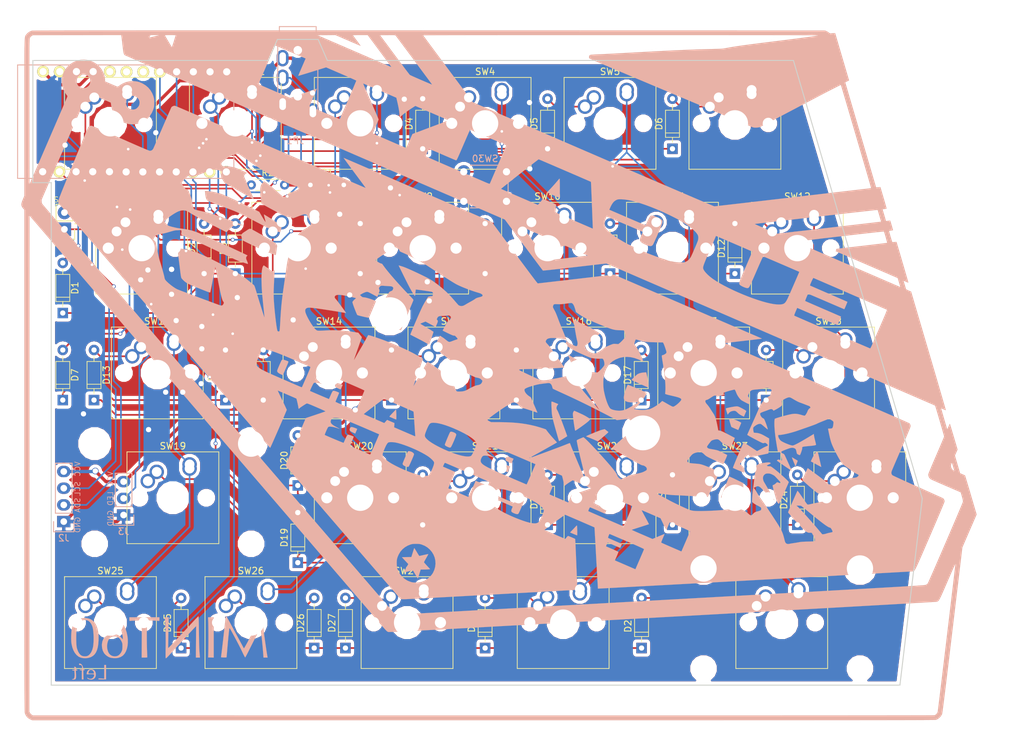
<source format=kicad_pcb>
(kicad_pcb (version 4) (host pcbnew 4.0.7)
  (layers (0 F.Cu signal) (31 B.Cu signal) (34 B.Paste user hide) (35 F.Paste user hide) (36 B.SilkS user) (37 F.SilkS user) (38 B.Mask user) (39 F.Mask user) (44 Edge.Cuts user))
  (net 0 "")
  (net 1 Row0)
  (net 2 "Net-(D1-Pad2)")
  (net 3 "Net-(D2-Pad2)")
  (net 4 "Net-(D3-Pad2)")
  (net 5 "Net-(D4-Pad2)")
  (net 6 "Net-(D5-Pad2)")
  (net 7 "Net-(D6-Pad2)")
  (net 8 Row1)
  (net 9 "Net-(D7-Pad2)")
  (net 10 "Net-(D8-Pad2)")
  (net 11 "Net-(D9-Pad2)")
  (net 12 "Net-(D10-Pad2)")
  (net 13 "Net-(D11-Pad2)")
  (net 14 "Net-(D12-Pad2)")
  (net 15 Row2)
  (net 16 "Net-(D13-Pad2)")
  (net 17 "Net-(D14-Pad2)")
  (net 18 "Net-(D15-Pad2)")
  (net 19 "Net-(D16-Pad2)")
  (net 20 "Net-(D17-Pad2)")
  (net 21 "Net-(D18-Pad2)")
  (net 22 Row3)
  (net 23 "Net-(D19-Pad2)")
  (net 24 "Net-(D20-Pad2)")
  (net 25 "Net-(D21-Pad2)")
  (net 26 "Net-(D22-Pad2)")
  (net 27 "Net-(D23-Pad2)")
  (net 28 "Net-(D24-Pad2)")
  (net 29 Row4)
  (net 30 "Net-(D25-Pad2)")
  (net 31 "Net-(D26-Pad2)")
  (net 32 "Net-(D27-Pad2)")
  (net 33 "Net-(D28-Pad2)")
  (net 34 "Net-(D29-Pad2)")
  (net 35 "Net-(J1-Pad4)")
  (net 36 GND)
  (net 37 +5V)
  (net 38 "Net-(J1-Pad2)")
  (net 39 SDA)
  (net 40 SCL)
  (net 41 LED)
  (net 42 Data)
  (net 43 Col0)
  (net 44 Col1)
  (net 45 Col2)
  (net 46 Col3)
  (net 47 Col4)
  (net 48 Col5)
  (net 49 Reset)
  (net 50 "Net-(U1-Pad20)")
  (net 51 "Net-(U1-Pad19)")
  (net 52 "Net-(U1-Pad18)")
  (module Mounting_Holes:MountingHole_5.3mm_M5 (layer F.Cu) (at 125 77)
    (fp_text reference REF** hide)
    (fp_text value MountingHole_5.3mm_M5)
    (pad 1 np_thru_hole circle (at 0 0) (size 5.3 5.3) (drill 5.3) (layers *.Cu *.Mask))
  )
  (module Mint60:SW_Cherry_Matias_1.00u_PCB (layer F.Cu) (at 48.75 48.875)
    (fp_text reference SW7 (at 0 -7.874) (layer F.SilkS))
    (fp_text value SW_Push)
    (pad 1 thru_hole circle (at 2.54 -4.445) (size 2.2 2.2) (drill 1.5) (layers *.Cu *.Mask) (net 43 Col0))
    (pad 2 thru_hole circle (at -2.46 -3.945) (size 2.2 2.2) (drill 1.5) (layers *.Cu *.Mask) (net 9 "Net-(D7-Pad2)"))
    (pad "" np_thru_hole circle (at 0 0) (size 4 4) (drill 4) (layers *.Cu *.Mask))
    (pad "" np_thru_hole circle (at -5.08 0) (size 1.7 1.7) (drill 1.7) (layers *.Cu *.Mask))
    (pad "" np_thru_hole circle (at 5.08 0) (size 1.7 1.7) (drill 1.7) (layers *.Cu *.Mask))
    (pad 2 thru_hole circle (at -3.81 -2.54) (size 2.2 2.2) (drill 1.5) (layers *.Cu *.Mask) (net 9 "Net-(D7-Pad2)"))
    (pad 1 thru_hole circle (at 2.54 -5.08) (size 2.2 2.2) (drill 1.5) (layers *.Cu *.Mask) (net 43 Col0))
  )
  (module Pin_Headers:Pin_Header_Straight_1x04 (layer B.Cu) (at 36.9 90.5)
    (fp_text reference J2 (at 0 2.5) (layer B.SilkS) (effects (justify mirror)))
    (fp_text value Conn_01x04)
    (pad 1 thru_hole rect (at 0 0) (size 2.032 1.7272) (drill 1.016) (layers *.Cu *.Mask) (net 36 GND))
    (pad 2 thru_hole oval (at 0 -2.54) (size 2.032 1.7272) (drill 1.016) (layers *.Cu *.Mask) (net 39 SDA))
    (pad 3 thru_hole oval (at 0 -5.08) (size 2.032 1.7272) (drill 1.016) (layers *.Cu *.Mask) (net 40 SCL))
    (pad 4 thru_hole oval (at 0 -7.62) (size 2.032 1.7272) (drill 1.016) (layers *.Cu *.Mask) (net 37 +5V))
  )
  (module Mint60:ProMicro-Flip (layer F.Cu) (at 47.66 29.62 90)
    (fp_text reference U1 hide)
    (fp_text value ProMicro hide)
    (pad 13 thru_hole circle (at 7.59 14.03) (size 1.8 1.8) (drill 1.1) (layers *.Cu *.Mask F.SilkS) (net 48 Col5))
    (pad 14 thru_hole circle (at 7.59 11.49) (size 1.8 1.8) (drill 1.1) (layers *.Cu *.Mask F.SilkS) (net 47 Col4))
    (pad 15 thru_hole circle (at 7.59 8.95) (size 1.8 1.8) (drill 1.1) (layers *.Cu *.Mask F.SilkS) (net 44 Col1))
    (pad 16 thru_hole circle (at 7.59 6.41) (size 1.8 1.8) (drill 1.1) (layers *.Cu *.Mask F.SilkS) (net 45 Col2))
    (pad 17 thru_hole circle (at 7.59 3.87) (size 1.8 1.8) (drill 1.1) (layers *.Cu *.Mask F.SilkS) (net 46 Col3))
    (pad 18 thru_hole circle (at 7.59 1.33) (size 1.8 1.8) (drill 1.1) (layers *.Cu *.Mask F.SilkS) (net 52 "Net-(U1-Pad18)"))
    (pad 19 thru_hole circle (at 7.59 -1.21) (size 1.8 1.8) (drill 1.1) (layers *.Cu *.Mask F.SilkS) (net 51 "Net-(U1-Pad19)"))
    (pad 20 thru_hole circle (at 7.62 -3.75) (size 1.8 1.8) (drill 1.1) (layers *.Cu *.Mask F.SilkS) (net 50 "Net-(U1-Pad20)"))
    (pad 21 thru_hole circle (at 7.62 -6.29) (size 1.8 1.8) (drill 1.1) (layers *.Cu *.Mask F.SilkS) (net 37 +5V))
    (pad 22 thru_hole circle (at 7.62 -8.83) (size 1.8 1.8) (drill 1.1) (layers *.Cu *.Mask F.SilkS) (net 49 Reset))
    (pad 23 thru_hole circle (at 7.62 -11.37) (size 1.8 1.8) (drill 1.1) (layers *.Cu *.Mask F.SilkS) (net 36 GND))
    (pad 24 thru_hole circle (at 7.62 -13.91) (size 1.8 1.8) (drill 1.1) (layers *.Cu *.Mask F.SilkS) (net 37 +5V))
    (pad 1 thru_hole circle (at -7.62 -13.97) (size 1.8 1.8) (drill 1.1) (layers *.Cu *.Mask F.SilkS) (net 41 LED))
    (pad 2 thru_hole circle (at -7.62 -11.43) (size 1.8 1.8) (drill 1.1) (layers *.Cu *.Mask F.SilkS) (net 42 Data))
    (pad 3 thru_hole circle (at -7.62 -8.89) (size 1.8 1.8) (drill 1.1) (layers *.Cu *.Mask F.SilkS) (net 36 GND))
    (pad 4 thru_hole circle (at -7.62 -6.35) (size 1.8 1.8) (drill 1.1) (layers *.Cu *.Mask F.SilkS) (net 36 GND))
    (pad 5 thru_hole circle (at -7.62 -3.81) (size 1.8 1.8) (drill 1.1) (layers *.Cu *.Mask F.SilkS) (net 39 SDA))
    (pad 6 thru_hole circle (at -7.65 -1.27) (size 1.8 1.8) (drill 1.1) (layers *.Cu *.Mask F.SilkS) (net 40 SCL))
    (pad 7 thru_hole circle (at -7.65 1.27) (size 1.8 1.8) (drill 1.1) (layers *.Cu *.Mask F.SilkS) (net 43 Col0))
    (pad 8 thru_hole circle (at -7.65 3.81) (size 1.8 1.8) (drill 1.1) (layers *.Cu *.Mask F.SilkS) (net 1 Row0))
    (pad 9 thru_hole circle (at -7.65 6.35) (size 1.8 1.8) (drill 1.1) (layers *.Cu *.Mask F.SilkS) (net 8 Row1))
    (pad 10 thru_hole circle (at -7.65 8.89) (size 1.8 1.8) (drill 1.1) (layers *.Cu *.Mask F.SilkS) (net 15 Row2))
    (pad 11 thru_hole circle (at -7.65 11.43) (size 1.8 1.8) (drill 1.1) (layers *.Cu *.Mask F.SilkS) (net 22 Row3))
    (pad 12 thru_hole circle (at -7.65 13.97) (size 1.8 1.8) (drill 1.1) (layers *.Cu *.Mask F.SilkS) (net 29 Row4))
  )
  (module Mint60:Diode (layer F.Cu) (at 36.75 58.75 90)
    (fp_text reference D1 (at 3.81 1.85 90) (layer F.SilkS))
    (fp_text value D)
    (pad 1 thru_hole rect (at 0 0 90) (size 1.6 1.6) (drill 0.8) (layers *.Cu *.Mask) (net 1 Row0))
    (pad 2 thru_hole oval (at 7.62 0 90) (size 1.6 1.6) (drill 0.8) (layers *.Cu *.Mask) (net 2 "Net-(D1-Pad2)"))
  )
  (module Mint60:Diode (layer F.Cu) (at 58.25 52.75 90)
    (fp_text reference D2 (at 3.81 -1.85 90) (layer F.SilkS))
    (fp_text value D)
    (pad 1 thru_hole rect (at 0 0 90) (size 1.6 1.6) (drill 0.8) (layers *.Cu *.Mask) (net 1 Row0))
    (pad 2 thru_hole oval (at 7.62 0 90) (size 1.6 1.6) (drill 0.8) (layers *.Cu *.Mask) (net 3 "Net-(D2-Pad2)"))
  )
  (module Mint60:Diode (layer F.Cu) (at 63 52.75 90)
    (fp_text reference D3 (at 3.81 -1.8 90) (layer F.SilkS))
    (fp_text value D)
    (pad 1 thru_hole rect (at 0 0 90) (size 1.6 1.6) (drill 0.8) (layers *.Cu *.Mask) (net 1 Row0))
    (pad 2 thru_hole oval (at 7.62 0 90) (size 1.6 1.6) (drill 0.8) (layers *.Cu *.Mask) (net 4 "Net-(D3-Pad2)"))
  )
  (module Mint60:Diode (layer F.Cu) (at 91.5 33.75 90)
    (fp_text reference D4 (at 3.81 -2.06 90) (layer F.SilkS))
    (fp_text value D)
    (pad 1 thru_hole rect (at 0 0 90) (size 1.6 1.6) (drill 0.8) (layers *.Cu *.Mask) (net 1 Row0))
    (pad 2 thru_hole oval (at 7.62 0 90) (size 1.6 1.6) (drill 0.8) (layers *.Cu *.Mask) (net 5 "Net-(D4-Pad2)"))
  )
  (module Mint60:Diode (layer F.Cu) (at 110.5 33.75 90)
    (fp_text reference D5 (at 3.81 -2.06 90) (layer F.SilkS))
    (fp_text value D)
    (pad 1 thru_hole rect (at 0 0 90) (size 1.6 1.6) (drill 0.8) (layers *.Cu *.Mask) (net 1 Row0))
    (pad 2 thru_hole oval (at 7.62 0 90) (size 1.6 1.6) (drill 0.8) (layers *.Cu *.Mask) (net 6 "Net-(D5-Pad2)"))
  )
  (module Mint60:Diode (layer F.Cu) (at 129.5 33.75 90)
    (fp_text reference D6 (at 3.81 -2.06 90) (layer F.SilkS))
    (fp_text value D)
    (pad 1 thru_hole rect (at 0 0 90) (size 1.6 1.6) (drill 0.8) (layers *.Cu *.Mask) (net 1 Row0))
    (pad 2 thru_hole oval (at 7.62 0 90) (size 1.6 1.6) (drill 0.8) (layers *.Cu *.Mask) (net 7 "Net-(D6-Pad2)"))
  )
  (module Mint60:Diode (layer F.Cu) (at 36.75 72 90)
    (fp_text reference D7 (at 3.81 1.85 90) (layer F.SilkS))
    (fp_text value D)
    (pad 1 thru_hole rect (at 0 0 90) (size 1.6 1.6) (drill 0.8) (layers *.Cu *.Mask) (net 8 Row1))
    (pad 2 thru_hole oval (at 7.62 0 90) (size 1.6 1.6) (drill 0.8) (layers *.Cu *.Mask) (net 9 "Net-(D7-Pad2)"))
  )
  (module Mint60:Diode (layer F.Cu) (at 61.5 72 90)
    (fp_text reference D8 (at 3.81 -2.06 90) (layer F.SilkS))
    (fp_text value D)
    (pad 1 thru_hole rect (at 0 0 90) (size 1.6 1.6) (drill 0.8) (layers *.Cu *.Mask) (net 8 Row1))
    (pad 2 thru_hole oval (at 7.62 0 90) (size 1.6 1.6) (drill 0.8) (layers *.Cu *.Mask) (net 10 "Net-(D8-Pad2)"))
  )
  (module Mint60:Diode (layer F.Cu) (at 82 52.75 90)
    (fp_text reference D9 (at 3.81 -2.06 90) (layer F.SilkS))
    (fp_text value D)
    (pad 1 thru_hole rect (at 0 0 90) (size 1.6 1.6) (drill 0.8) (layers *.Cu *.Mask) (net 8 Row1))
    (pad 2 thru_hole oval (at 7.62 0 90) (size 1.6 1.6) (drill 0.8) (layers *.Cu *.Mask) (net 11 "Net-(D9-Pad2)"))
  )
  (module Mint60:Diode (layer F.Cu) (at 101 52.75 90)
    (fp_text reference D10 (at 3.81 -2.06 90) (layer F.SilkS))
    (fp_text value D)
    (pad 1 thru_hole rect (at 0 0 90) (size 1.6 1.6) (drill 0.8) (layers *.Cu *.Mask) (net 8 Row1))
    (pad 2 thru_hole oval (at 7.62 0 90) (size 1.6 1.6) (drill 0.8) (layers *.Cu *.Mask) (net 12 "Net-(D10-Pad2)"))
  )
  (module Mint60:Diode (layer F.Cu) (at 120 52.75 90)
    (fp_text reference D11 (at 3.81 -2.06 90) (layer F.SilkS))
    (fp_text value D)
    (pad 1 thru_hole rect (at 0 0 90) (size 1.6 1.6) (drill 0.8) (layers *.Cu *.Mask) (net 8 Row1))
    (pad 2 thru_hole oval (at 7.62 0 90) (size 1.6 1.6) (drill 0.8) (layers *.Cu *.Mask) (net 13 "Net-(D11-Pad2)"))
  )
  (module Mint60:Diode (layer F.Cu) (at 139 52.75 90)
    (fp_text reference D12 (at 3.81 -2.06 90) (layer F.SilkS))
    (fp_text value D)
    (pad 1 thru_hole rect (at 0 0 90) (size 1.6 1.6) (drill 0.8) (layers *.Cu *.Mask) (net 8 Row1))
    (pad 2 thru_hole oval (at 7.62 0 90) (size 1.6 1.6) (drill 0.8) (layers *.Cu *.Mask) (net 14 "Net-(D12-Pad2)"))
  )
  (module Mint60:Diode (layer F.Cu) (at 41.5 72 90)
    (fp_text reference D13 (at 3.81 1.9 90) (layer F.SilkS))
    (fp_text value D)
    (pad 1 thru_hole rect (at 0 0 90) (size 1.6 1.6) (drill 0.8) (layers *.Cu *.Mask) (net 15 Row2))
    (pad 2 thru_hole oval (at 7.62 0 90) (size 1.6 1.6) (drill 0.8) (layers *.Cu *.Mask) (net 16 "Net-(D13-Pad2)"))
  )
  (module Mint60:Diode (layer F.Cu) (at 67.25 72 90)
    (fp_text reference D14 (at 3.81 -2.06 90) (layer F.SilkS))
    (fp_text value D)
    (pad 1 thru_hole rect (at 0 0 90) (size 1.6 1.6) (drill 0.8) (layers *.Cu *.Mask) (net 15 Row2))
    (pad 2 thru_hole oval (at 7.62 0 90) (size 1.6 1.6) (drill 0.8) (layers *.Cu *.Mask) (net 17 "Net-(D14-Pad2)"))
  )
  (module Mint60:Diode (layer F.Cu) (at 86.75 72 90)
    (fp_text reference D15 (at 3.81 -2.06 90) (layer F.SilkS))
    (fp_text value D)
    (pad 1 thru_hole rect (at 0 0 90) (size 1.6 1.6) (drill 0.8) (layers *.Cu *.Mask) (net 15 Row2))
    (pad 2 thru_hole oval (at 7.62 0 90) (size 1.6 1.6) (drill 0.8) (layers *.Cu *.Mask) (net 18 "Net-(D15-Pad2)"))
  )
  (module Mint60:Diode (layer F.Cu) (at 105.75 72 90)
    (fp_text reference D16 (at 3.81 -2.06 90) (layer F.SilkS))
    (fp_text value D)
    (pad 1 thru_hole rect (at 0 0 90) (size 1.6 1.6) (drill 0.8) (layers *.Cu *.Mask) (net 15 Row2))
    (pad 2 thru_hole oval (at 7.62 0 90) (size 1.6 1.6) (drill 0.8) (layers *.Cu *.Mask) (net 19 "Net-(D16-Pad2)"))
  )
  (module Mint60:Diode (layer F.Cu) (at 124.75 72 90)
    (fp_text reference D17 (at 3.81 -2.06 90) (layer F.SilkS))
    (fp_text value D)
    (pad 1 thru_hole rect (at 0 0 90) (size 1.6 1.6) (drill 0.8) (layers *.Cu *.Mask) (net 15 Row2))
    (pad 2 thru_hole oval (at 7.62 0 90) (size 1.6 1.6) (drill 0.8) (layers *.Cu *.Mask) (net 20 "Net-(D17-Pad2)"))
  )
  (module Mint60:Diode (layer F.Cu) (at 143.75 72 90)
    (fp_text reference D18 (at 3.81 -2.06 90) (layer F.SilkS))
    (fp_text value D)
    (pad 1 thru_hole rect (at 0 0 90) (size 1.6 1.6) (drill 0.8) (layers *.Cu *.Mask) (net 15 Row2))
    (pad 2 thru_hole oval (at 7.62 0 90) (size 1.6 1.6) (drill 0.8) (layers *.Cu *.Mask) (net 21 "Net-(D18-Pad2)"))
  )
  (module Mint60:Diode (layer F.Cu) (at 72.5 96.75 90)
    (fp_text reference D19 (at 3.81 -2.06 90) (layer F.SilkS))
    (fp_text value D)
    (pad 1 thru_hole rect (at 0 0 90) (size 1.6 1.6) (drill 0.8) (layers *.Cu *.Mask) (net 22 Row3))
    (pad 2 thru_hole oval (at 7.62 0 90) (size 1.6 1.6) (drill 0.8) (layers *.Cu *.Mask) (net 23 "Net-(D19-Pad2)"))
  )
  (module Mint60:Diode (layer F.Cu) (at 72.5 85 90)
    (fp_text reference D20 (at 3.81 -2.06 90) (layer F.SilkS))
    (fp_text value D)
    (pad 1 thru_hole rect (at 0 0 90) (size 1.6 1.6) (drill 0.8) (layers *.Cu *.Mask) (net 22 Row3))
    (pad 2 thru_hole oval (at 7.62 0 90) (size 1.6 1.6) (drill 0.8) (layers *.Cu *.Mask) (net 24 "Net-(D20-Pad2)"))
  )
  (module Mint60:Diode (layer F.Cu) (at 91.5 91 90)
    (fp_text reference D21 (at 3.81 -2.06 90) (layer F.SilkS))
    (fp_text value D)
    (pad 1 thru_hole rect (at 0 0 90) (size 1.6 1.6) (drill 0.8) (layers *.Cu *.Mask) (net 22 Row3))
    (pad 2 thru_hole oval (at 7.62 0 90) (size 1.6 1.6) (drill 0.8) (layers *.Cu *.Mask) (net 25 "Net-(D21-Pad2)"))
  )
  (module Mint60:Diode (layer F.Cu) (at 110.5 91 90)
    (fp_text reference D22 (at 3.81 -2.06 90) (layer F.SilkS))
    (fp_text value D)
    (pad 1 thru_hole rect (at 0 0 90) (size 1.6 1.6) (drill 0.8) (layers *.Cu *.Mask) (net 22 Row3))
    (pad 2 thru_hole oval (at 7.62 0 90) (size 1.6 1.6) (drill 0.8) (layers *.Cu *.Mask) (net 26 "Net-(D22-Pad2)"))
  )
  (module Mint60:Diode (layer F.Cu) (at 129.5 91 90)
    (fp_text reference D23 (at 3.81 -2.06 90) (layer F.SilkS))
    (fp_text value D)
    (pad 1 thru_hole rect (at 0 0 90) (size 1.6 1.6) (drill 0.8) (layers *.Cu *.Mask) (net 22 Row3))
    (pad 2 thru_hole oval (at 7.62 0 90) (size 1.6 1.6) (drill 0.8) (layers *.Cu *.Mask) (net 27 "Net-(D23-Pad2)"))
  )
  (module Mint60:Diode (layer F.Cu) (at 148.5 91 90)
    (fp_text reference D24 (at 3.81 -2.06 90) (layer F.SilkS))
    (fp_text value D)
    (pad 1 thru_hole rect (at 0 0 90) (size 1.6 1.6) (drill 0.8) (layers *.Cu *.Mask) (net 22 Row3))
    (pad 2 thru_hole oval (at 7.62 0 90) (size 1.6 1.6) (drill 0.8) (layers *.Cu *.Mask) (net 28 "Net-(D24-Pad2)"))
  )
  (module Mint60:Diode (layer F.Cu) (at 54.75 109.75 90)
    (fp_text reference D25 (at 3.81 -2.06 90) (layer F.SilkS))
    (fp_text value D)
    (pad 1 thru_hole rect (at 0 0 90) (size 1.6 1.6) (drill 0.8) (layers *.Cu *.Mask) (net 29 Row4))
    (pad 2 thru_hole oval (at 7.62 0 90) (size 1.6 1.6) (drill 0.8) (layers *.Cu *.Mask) (net 30 "Net-(D25-Pad2)"))
  )
  (module Mint60:Diode (layer F.Cu) (at 75 109.75 90)
    (fp_text reference D26 (at 3.81 -2.06 90) (layer F.SilkS))
    (fp_text value D)
    (pad 1 thru_hole rect (at 0 0 90) (size 1.6 1.6) (drill 0.8) (layers *.Cu *.Mask) (net 29 Row4))
    (pad 2 thru_hole oval (at 7.62 0 90) (size 1.6 1.6) (drill 0.8) (layers *.Cu *.Mask) (net 31 "Net-(D26-Pad2)"))
  )
  (module Mint60:Diode (layer F.Cu) (at 79.75 109.75 90)
    (fp_text reference D27 (at 3.81 -2.06 90) (layer F.SilkS))
    (fp_text value D)
    (pad 1 thru_hole rect (at 0 0 90) (size 1.6 1.6) (drill 0.8) (layers *.Cu *.Mask) (net 29 Row4))
    (pad 2 thru_hole oval (at 7.62 0 90) (size 1.6 1.6) (drill 0.8) (layers *.Cu *.Mask) (net 32 "Net-(D27-Pad2)"))
  )
  (module Mint60:Diode (layer F.Cu) (at 101 109.75 90)
    (fp_text reference D28 (at 3.81 -2.06 90) (layer F.SilkS))
    (fp_text value D)
    (pad 1 thru_hole rect (at 0 0 90) (size 1.6 1.6) (drill 0.8) (layers *.Cu *.Mask) (net 29 Row4))
    (pad 2 thru_hole oval (at 7.62 0 90) (size 1.6 1.6) (drill 0.8) (layers *.Cu *.Mask) (net 33 "Net-(D28-Pad2)"))
  )
  (module Mint60:Diode (layer F.Cu) (at 124.8 109.75 90)
    (fp_text reference D29 (at 3.81 -2.06 90) (layer F.SilkS))
    (fp_text value D)
    (pad 1 thru_hole rect (at 0 0 90) (size 1.6 1.6) (drill 0.8) (layers *.Cu *.Mask) (net 29 Row4))
    (pad 2 thru_hole oval (at 7.62 0 90) (size 1.6 1.6) (drill 0.8) (layers *.Cu *.Mask) (net 34 "Net-(D29-Pad2)"))
  )
  (module Mint60:TRRS_JACK_MJ4PP9_fr (layer B.Cu) (at 72.45 29.15 180)
    (fp_text reference J1 hide)
    (fp_text value MJ-4PP-9 hide)
    (pad "" np_thru_hole circle (at -0.05 10.4 180) (size 1.3 1.3) (drill 1.3) (layers *.Cu *.Mask))
    (pad "" np_thru_hole circle (at -0.05 3.4 180) (size 1.3 1.3) (drill 1.3) (layers *.Cu *.Mask))
    (pad 4 thru_hole oval (at -2.35 1.1 180) (size 1.8 2.5) (drill oval 1 1.8) (layers *.Cu *.Mask) (net 35 "Net-(J1-Pad4)"))
    (pad 1 thru_hole oval (at 2.25 2.2 180) (size 1.8 2.5) (drill oval 1 1.8) (layers *.Cu *.Mask) (net 36 GND))
    (pad 3 thru_hole oval (at 2.25 9.2 180) (size 1.8 2.5) (drill oval 1 1.8) (layers *.Cu *.Mask) (net 37 +5V))
    (pad 2 thru_hole oval (at 2.25 6.2 180) (size 1.8 2.5) (drill oval 1 1.8) (layers *.Cu *.Mask) (net 38 "Net-(J1-Pad2)"))
  )
  (module Pin_Headers:Pin_Header_Straight_1x03 (layer B.Cu) (at 46 89.5)
    (fp_text reference J3 (at 0 2.5) (layer B.SilkS) (effects (justify mirror)))
    (fp_text value Conn_01x03)
    (pad 1 thru_hole rect (at 0 0) (size 2.032 1.7272) (drill 1.016) (layers *.Cu *.Mask) (net 36 GND))
    (pad 2 thru_hole oval (at 0 -2.54) (size 2.032 1.7272) (drill 1.016) (layers *.Cu *.Mask) (net 41 LED))
    (pad 3 thru_hole oval (at 0 -5.08) (size 2.032 1.7272) (drill 1.016) (layers *.Cu *.Mask) (net 37 +5V))
  )
  (module Pin_Headers:Pin_Header_Straight_1x02 (layer F.Cu) (at 37 46 180)
    (fp_text reference J4 (at -2.3 1.3 180) (layer F.SilkS))
    (fp_text value Conn_01x02)
    (pad 1 thru_hole rect (at 0 0 180) (size 2.032 2.032) (drill 1.016) (layers *.Cu *.Mask) (net 38 "Net-(J1-Pad2)"))
    (pad 2 thru_hole oval (at 0 2.54 180) (size 2.032 2.032) (drill 1.016) (layers *.Cu *.Mask) (net 35 "Net-(J1-Pad4)"))
  )
  (module Resistors_THT:R_Axial_DIN0204_L3.6mm_D1.6mm_P5.08mm_Horizontal (layer F.Cu) (at 74.42 39.25)
    (fp_text reference R1 (at 2.54 -1.86) (layer F.SilkS))
    (fp_text value R)
    (pad 1 thru_hole circle (at 0 0) (size 1.4 1.4) (drill 0.7) (layers *.Cu *.Mask) (net 37 +5V))
    (pad 2 thru_hole oval (at 5.08 0) (size 1.4 1.4) (drill 0.7) (layers *.Cu *.Mask) (net 39 SDA))
  )
  (module Resistors_THT:R_Axial_DIN0204_L3.6mm_D1.6mm_P5.08mm_Horizontal (layer F.Cu) (at 65.42 39.25)
    (fp_text reference R2 (at 2.54 -1.86) (layer F.SilkS))
    (fp_text value R)
    (pad 1 thru_hole circle (at 0 0) (size 1.4 1.4) (drill 0.7) (layers *.Cu *.Mask) (net 40 SCL))
    (pad 2 thru_hole oval (at 5.08 0) (size 1.4 1.4) (drill 0.7) (layers *.Cu *.Mask) (net 37 +5V))
  )
  (module Mint60:SW_Cherry_Matias_1.00u_PCB (layer F.Cu) (at 44 29.875)
    (fp_text reference SW1 (at 0 3.325) (layer F.SilkS))
    (fp_text value SW_Push)
    (pad 1 thru_hole circle (at 2.54 -4.445) (size 2.2 2.2) (drill 1.5) (layers *.Cu *.Mask) (net 43 Col0))
    (pad 2 thru_hole circle (at -2.46 -3.945) (size 2.2 2.2) (drill 1.5) (layers *.Cu *.Mask) (net 2 "Net-(D1-Pad2)"))
    (pad "" np_thru_hole circle (at 0 0) (size 4 4) (drill 4) (layers *.Cu *.Mask))
    (pad "" np_thru_hole circle (at -5.08 0) (size 1.7 1.7) (drill 1.7) (layers *.Cu *.Mask))
    (pad "" np_thru_hole circle (at 5.08 0) (size 1.7 1.7) (drill 1.7) (layers *.Cu *.Mask))
    (pad 2 thru_hole circle (at -3.81 -2.54) (size 2.2 2.2) (drill 1.5) (layers *.Cu *.Mask) (net 2 "Net-(D1-Pad2)"))
    (pad 1 thru_hole circle (at 2.54 -5.08) (size 2.2 2.2) (drill 1.5) (layers *.Cu *.Mask) (net 43 Col0))
  )
  (module Mint60:SW_Cherry_Matias_1.00u_PCB (layer F.Cu) (at 63 29.875)
    (fp_text reference SW2 (at 3 -7.875) (layer F.SilkS))
    (fp_text value SW_Push)
    (pad 1 thru_hole circle (at 2.54 -4.445) (size 2.2 2.2) (drill 1.5) (layers *.Cu *.Mask) (net 44 Col1))
    (pad 2 thru_hole circle (at -2.46 -3.945) (size 2.2 2.2) (drill 1.5) (layers *.Cu *.Mask) (net 3 "Net-(D2-Pad2)"))
    (pad "" np_thru_hole circle (at 0 0) (size 4 4) (drill 4) (layers *.Cu *.Mask))
    (pad "" np_thru_hole circle (at -5.08 0) (size 1.7 1.7) (drill 1.7) (layers *.Cu *.Mask))
    (pad "" np_thru_hole circle (at 5.08 0) (size 1.7 1.7) (drill 1.7) (layers *.Cu *.Mask))
    (pad 2 thru_hole circle (at -3.81 -2.54) (size 2.2 2.2) (drill 1.5) (layers *.Cu *.Mask) (net 3 "Net-(D2-Pad2)"))
    (pad 1 thru_hole circle (at 2.54 -5.08) (size 2.2 2.2) (drill 1.5) (layers *.Cu *.Mask) (net 44 Col1))
  )
  (module Mint60:SW_Cherry_Matias_1.00u_PCB (layer F.Cu) (at 82 29.875)
    (fp_text reference SW3 (at 0 -7.874) (layer F.SilkS))
    (fp_text value SW_Push)
    (pad 1 thru_hole circle (at 2.54 -4.445) (size 2.2 2.2) (drill 1.5) (layers *.Cu *.Mask) (net 45 Col2))
    (pad 2 thru_hole circle (at -2.46 -3.945) (size 2.2 2.2) (drill 1.5) (layers *.Cu *.Mask) (net 4 "Net-(D3-Pad2)"))
    (pad "" np_thru_hole circle (at 0 0) (size 4 4) (drill 4) (layers *.Cu *.Mask))
    (pad "" np_thru_hole circle (at -5.08 0) (size 1.7 1.7) (drill 1.7) (layers *.Cu *.Mask))
    (pad "" np_thru_hole circle (at 5.08 0) (size 1.7 1.7) (drill 1.7) (layers *.Cu *.Mask))
    (pad 2 thru_hole circle (at -3.81 -2.54) (size 2.2 2.2) (drill 1.5) (layers *.Cu *.Mask) (net 4 "Net-(D3-Pad2)"))
    (pad 1 thru_hole circle (at 2.54 -5.08) (size 2.2 2.2) (drill 1.5) (layers *.Cu *.Mask) (net 45 Col2))
  )
  (module Mint60:SW_Cherry_Matias_1.00u_PCB (layer F.Cu) (at 101 29.875)
    (fp_text reference SW4 (at 0 -7.874) (layer F.SilkS))
    (fp_text value SW_Push)
    (pad 1 thru_hole circle (at 2.54 -4.445) (size 2.2 2.2) (drill 1.5) (layers *.Cu *.Mask) (net 46 Col3))
    (pad 2 thru_hole circle (at -2.46 -3.945) (size 2.2 2.2) (drill 1.5) (layers *.Cu *.Mask) (net 5 "Net-(D4-Pad2)"))
    (pad "" np_thru_hole circle (at 0 0) (size 4 4) (drill 4) (layers *.Cu *.Mask))
    (pad "" np_thru_hole circle (at -5.08 0) (size 1.7 1.7) (drill 1.7) (layers *.Cu *.Mask))
    (pad "" np_thru_hole circle (at 5.08 0) (size 1.7 1.7) (drill 1.7) (layers *.Cu *.Mask))
    (pad 2 thru_hole circle (at -3.81 -2.54) (size 2.2 2.2) (drill 1.5) (layers *.Cu *.Mask) (net 5 "Net-(D4-Pad2)"))
    (pad 1 thru_hole circle (at 2.54 -5.08) (size 2.2 2.2) (drill 1.5) (layers *.Cu *.Mask) (net 46 Col3))
  )
  (module Mint60:SW_Cherry_Matias_1.00u_PCB (layer F.Cu) (at 120 29.875)
    (fp_text reference SW5 (at 0 -7.874) (layer F.SilkS))
    (fp_text value SW_Push)
    (pad 1 thru_hole circle (at 2.54 -4.445) (size 2.2 2.2) (drill 1.5) (layers *.Cu *.Mask) (net 47 Col4))
    (pad 2 thru_hole circle (at -2.46 -3.945) (size 2.2 2.2) (drill 1.5) (layers *.Cu *.Mask) (net 6 "Net-(D5-Pad2)"))
    (pad "" np_thru_hole circle (at 0 0) (size 4 4) (drill 4) (layers *.Cu *.Mask))
    (pad "" np_thru_hole circle (at -5.08 0) (size 1.7 1.7) (drill 1.7) (layers *.Cu *.Mask))
    (pad "" np_thru_hole circle (at 5.08 0) (size 1.7 1.7) (drill 1.7) (layers *.Cu *.Mask))
    (pad 2 thru_hole circle (at -3.81 -2.54) (size 2.2 2.2) (drill 1.5) (layers *.Cu *.Mask) (net 6 "Net-(D5-Pad2)"))
    (pad 1 thru_hole circle (at 2.54 -5.08) (size 2.2 2.2) (drill 1.5) (layers *.Cu *.Mask) (net 47 Col4))
  )
  (module Mint60:SW_Cherry_Matias_1.00u_PCB (layer F.Cu) (at 139 29.875)
    (fp_text reference SW6 (at 0 -7.874) (layer F.SilkS))
    (fp_text value SW_Push)
    (pad 1 thru_hole circle (at 2.54 -4.445) (size 2.2 2.2) (drill 1.5) (layers *.Cu *.Mask) (net 48 Col5))
    (pad 2 thru_hole circle (at -2.46 -3.945) (size 2.2 2.2) (drill 1.5) (layers *.Cu *.Mask) (net 7 "Net-(D6-Pad2)"))
    (pad "" np_thru_hole circle (at 0 0) (size 4 4) (drill 4) (layers *.Cu *.Mask))
    (pad "" np_thru_hole circle (at -5.08 0) (size 1.7 1.7) (drill 1.7) (layers *.Cu *.Mask))
    (pad "" np_thru_hole circle (at 5.08 0) (size 1.7 1.7) (drill 1.7) (layers *.Cu *.Mask))
    (pad 2 thru_hole circle (at -3.81 -2.54) (size 2.2 2.2) (drill 1.5) (layers *.Cu *.Mask) (net 7 "Net-(D6-Pad2)"))
    (pad 1 thru_hole circle (at 2.54 -5.08) (size 2.2 2.2) (drill 1.5) (layers *.Cu *.Mask) (net 48 Col5))
  )
  (module Mint60:SW_Cherry_Matias_1.00u_PCB (layer F.Cu) (at 72.5 48.875)
    (fp_text reference SW8 (at 0 -7.874) (layer F.SilkS))
    (fp_text value SW_Push)
    (pad 1 thru_hole circle (at 2.54 -4.445) (size 2.2 2.2) (drill 1.5) (layers *.Cu *.Mask) (net 44 Col1))
    (pad 2 thru_hole circle (at -2.46 -3.945) (size 2.2 2.2) (drill 1.5) (layers *.Cu *.Mask) (net 10 "Net-(D8-Pad2)"))
    (pad "" np_thru_hole circle (at 0 0) (size 4 4) (drill 4) (layers *.Cu *.Mask))
    (pad "" np_thru_hole circle (at -5.08 0) (size 1.7 1.7) (drill 1.7) (layers *.Cu *.Mask))
    (pad "" np_thru_hole circle (at 5.08 0) (size 1.7 1.7) (drill 1.7) (layers *.Cu *.Mask))
    (pad 2 thru_hole circle (at -3.81 -2.54) (size 2.2 2.2) (drill 1.5) (layers *.Cu *.Mask) (net 10 "Net-(D8-Pad2)"))
    (pad 1 thru_hole circle (at 2.54 -5.08) (size 2.2 2.2) (drill 1.5) (layers *.Cu *.Mask) (net 44 Col1))
  )
  (module Mint60:SW_Cherry_Matias_1.00u_PCB (layer F.Cu) (at 91.5 48.875)
    (fp_text reference SW9 (at 0 -7.874) (layer F.SilkS))
    (fp_text value SW_Push)
    (pad 1 thru_hole circle (at 2.54 -4.445) (size 2.2 2.2) (drill 1.5) (layers *.Cu *.Mask) (net 45 Col2))
    (pad 2 thru_hole circle (at -2.46 -3.945) (size 2.2 2.2) (drill 1.5) (layers *.Cu *.Mask) (net 11 "Net-(D9-Pad2)"))
    (pad "" np_thru_hole circle (at 0 0) (size 4 4) (drill 4) (layers *.Cu *.Mask))
    (pad "" np_thru_hole circle (at -5.08 0) (size 1.7 1.7) (drill 1.7) (layers *.Cu *.Mask))
    (pad "" np_thru_hole circle (at 5.08 0) (size 1.7 1.7) (drill 1.7) (layers *.Cu *.Mask))
    (pad 2 thru_hole circle (at -3.81 -2.54) (size 2.2 2.2) (drill 1.5) (layers *.Cu *.Mask) (net 11 "Net-(D9-Pad2)"))
    (pad 1 thru_hole circle (at 2.54 -5.08) (size 2.2 2.2) (drill 1.5) (layers *.Cu *.Mask) (net 45 Col2))
  )
  (module Mint60:SW_Cherry_Matias_1.00u_PCB (layer F.Cu) (at 110.5 48.875)
    (fp_text reference SW10 (at 0 -7.874) (layer F.SilkS))
    (fp_text value SW_Push)
    (pad 1 thru_hole circle (at 2.54 -4.445) (size 2.2 2.2) (drill 1.5) (layers *.Cu *.Mask) (net 46 Col3))
    (pad 2 thru_hole circle (at -2.46 -3.945) (size 2.2 2.2) (drill 1.5) (layers *.Cu *.Mask) (net 12 "Net-(D10-Pad2)"))
    (pad "" np_thru_hole circle (at 0 0) (size 4 4) (drill 4) (layers *.Cu *.Mask))
    (pad "" np_thru_hole circle (at -5.08 0) (size 1.7 1.7) (drill 1.7) (layers *.Cu *.Mask))
    (pad "" np_thru_hole circle (at 5.08 0) (size 1.7 1.7) (drill 1.7) (layers *.Cu *.Mask))
    (pad 2 thru_hole circle (at -3.81 -2.54) (size 2.2 2.2) (drill 1.5) (layers *.Cu *.Mask) (net 12 "Net-(D10-Pad2)"))
    (pad 1 thru_hole circle (at 2.54 -5.08) (size 2.2 2.2) (drill 1.5) (layers *.Cu *.Mask) (net 46 Col3))
  )
  (module Mint60:SW_Cherry_Matias_1.00u_PCB (layer F.Cu) (at 129.5 48.875)
    (fp_text reference SW11 (at 0 -7.874) (layer F.SilkS))
    (fp_text value SW_Push)
    (pad 1 thru_hole circle (at 2.54 -4.445) (size 2.2 2.2) (drill 1.5) (layers *.Cu *.Mask) (net 47 Col4))
    (pad 2 thru_hole circle (at -2.46 -3.945) (size 2.2 2.2) (drill 1.5) (layers *.Cu *.Mask) (net 13 "Net-(D11-Pad2)"))
    (pad "" np_thru_hole circle (at 0 0) (size 4 4) (drill 4) (layers *.Cu *.Mask))
    (pad "" np_thru_hole circle (at -5.08 0) (size 1.7 1.7) (drill 1.7) (layers *.Cu *.Mask))
    (pad "" np_thru_hole circle (at 5.08 0) (size 1.7 1.7) (drill 1.7) (layers *.Cu *.Mask))
    (pad 2 thru_hole circle (at -3.81 -2.54) (size 2.2 2.2) (drill 1.5) (layers *.Cu *.Mask) (net 13 "Net-(D11-Pad2)"))
    (pad 1 thru_hole circle (at 2.54 -5.08) (size 2.2 2.2) (drill 1.5) (layers *.Cu *.Mask) (net 47 Col4))
  )
  (module Mint60:SW_Cherry_Matias_1.00u_PCB (layer F.Cu) (at 148.5 48.875)
    (fp_text reference SW12 (at 0 -7.874) (layer F.SilkS))
    (fp_text value SW_Push)
    (pad 1 thru_hole circle (at 2.54 -4.445) (size 2.2 2.2) (drill 1.5) (layers *.Cu *.Mask) (net 48 Col5))
    (pad 2 thru_hole circle (at -2.46 -3.945) (size 2.2 2.2) (drill 1.5) (layers *.Cu *.Mask) (net 14 "Net-(D12-Pad2)"))
    (pad "" np_thru_hole circle (at 0 0) (size 4 4) (drill 4) (layers *.Cu *.Mask))
    (pad "" np_thru_hole circle (at -5.08 0) (size 1.7 1.7) (drill 1.7) (layers *.Cu *.Mask))
    (pad "" np_thru_hole circle (at 5.08 0) (size 1.7 1.7) (drill 1.7) (layers *.Cu *.Mask))
    (pad 2 thru_hole circle (at -3.81 -2.54) (size 2.2 2.2) (drill 1.5) (layers *.Cu *.Mask) (net 14 "Net-(D12-Pad2)"))
    (pad 1 thru_hole circle (at 2.54 -5.08) (size 2.2 2.2) (drill 1.5) (layers *.Cu *.Mask) (net 48 Col5))
  )
  (module Mint60:SW_Cherry_Matias_1.00u_PCB (layer F.Cu) (at 51.125 67.875)
    (fp_text reference SW13 (at 0 -7.874) (layer F.SilkS))
    (fp_text value SW_Push)
    (pad 1 thru_hole circle (at 2.54 -4.445) (size 2.2 2.2) (drill 1.5) (layers *.Cu *.Mask) (net 43 Col0))
    (pad 2 thru_hole circle (at -2.46 -3.945) (size 2.2 2.2) (drill 1.5) (layers *.Cu *.Mask) (net 16 "Net-(D13-Pad2)"))
    (pad "" np_thru_hole circle (at 0 0) (size 4 4) (drill 4) (layers *.Cu *.Mask))
    (pad "" np_thru_hole circle (at -5.08 0) (size 1.7 1.7) (drill 1.7) (layers *.Cu *.Mask))
    (pad "" np_thru_hole circle (at 5.08 0) (size 1.7 1.7) (drill 1.7) (layers *.Cu *.Mask))
    (pad 2 thru_hole circle (at -3.81 -2.54) (size 2.2 2.2) (drill 1.5) (layers *.Cu *.Mask) (net 16 "Net-(D13-Pad2)"))
    (pad 1 thru_hole circle (at 2.54 -5.08) (size 2.2 2.2) (drill 1.5) (layers *.Cu *.Mask) (net 43 Col0))
  )
  (module Mint60:SW_Cherry_Matias_1.00u_PCB (layer F.Cu) (at 77.25 67.875)
    (fp_text reference SW14 (at 0 -7.874) (layer F.SilkS))
    (fp_text value SW_Push)
    (pad 1 thru_hole circle (at 2.54 -4.445) (size 2.2 2.2) (drill 1.5) (layers *.Cu *.Mask) (net 44 Col1))
    (pad 2 thru_hole circle (at -2.46 -3.945) (size 2.2 2.2) (drill 1.5) (layers *.Cu *.Mask) (net 17 "Net-(D14-Pad2)"))
    (pad "" np_thru_hole circle (at 0 0) (size 4 4) (drill 4) (layers *.Cu *.Mask))
    (pad "" np_thru_hole circle (at -5.08 0) (size 1.7 1.7) (drill 1.7) (layers *.Cu *.Mask))
    (pad "" np_thru_hole circle (at 5.08 0) (size 1.7 1.7) (drill 1.7) (layers *.Cu *.Mask))
    (pad 2 thru_hole circle (at -3.81 -2.54) (size 2.2 2.2) (drill 1.5) (layers *.Cu *.Mask) (net 17 "Net-(D14-Pad2)"))
    (pad 1 thru_hole circle (at 2.54 -5.08) (size 2.2 2.2) (drill 1.5) (layers *.Cu *.Mask) (net 44 Col1))
  )
  (module Mint60:SW_Cherry_Matias_1.00u_PCB (layer F.Cu) (at 96.25 67.875)
    (fp_text reference SW15 (at 0 -7.874) (layer F.SilkS))
    (fp_text value SW_Push)
    (pad 1 thru_hole circle (at 2.54 -4.445) (size 2.2 2.2) (drill 1.5) (layers *.Cu *.Mask) (net 45 Col2))
    (pad 2 thru_hole circle (at -2.46 -3.945) (size 2.2 2.2) (drill 1.5) (layers *.Cu *.Mask) (net 18 "Net-(D15-Pad2)"))
    (pad "" np_thru_hole circle (at 0 0) (size 4 4) (drill 4) (layers *.Cu *.Mask))
    (pad "" np_thru_hole circle (at -5.08 0) (size 1.7 1.7) (drill 1.7) (layers *.Cu *.Mask))
    (pad "" np_thru_hole circle (at 5.08 0) (size 1.7 1.7) (drill 1.7) (layers *.Cu *.Mask))
    (pad 2 thru_hole circle (at -3.81 -2.54) (size 2.2 2.2) (drill 1.5) (layers *.Cu *.Mask) (net 18 "Net-(D15-Pad2)"))
    (pad 1 thru_hole circle (at 2.54 -5.08) (size 2.2 2.2) (drill 1.5) (layers *.Cu *.Mask) (net 45 Col2))
  )
  (module Mint60:SW_Cherry_Matias_1.00u_PCB (layer F.Cu) (at 115.25 67.875)
    (fp_text reference SW16 (at 0 -7.874) (layer F.SilkS))
    (fp_text value SW_Push)
    (pad 1 thru_hole circle (at 2.54 -4.445) (size 2.2 2.2) (drill 1.5) (layers *.Cu *.Mask) (net 46 Col3))
    (pad 2 thru_hole circle (at -2.46 -3.945) (size 2.2 2.2) (drill 1.5) (layers *.Cu *.Mask) (net 19 "Net-(D16-Pad2)"))
    (pad "" np_thru_hole circle (at 0 0) (size 4 4) (drill 4) (layers *.Cu *.Mask))
    (pad "" np_thru_hole circle (at -5.08 0) (size 1.7 1.7) (drill 1.7) (layers *.Cu *.Mask))
    (pad "" np_thru_hole circle (at 5.08 0) (size 1.7 1.7) (drill 1.7) (layers *.Cu *.Mask))
    (pad 2 thru_hole circle (at -3.81 -2.54) (size 2.2 2.2) (drill 1.5) (layers *.Cu *.Mask) (net 19 "Net-(D16-Pad2)"))
    (pad 1 thru_hole circle (at 2.54 -5.08) (size 2.2 2.2) (drill 1.5) (layers *.Cu *.Mask) (net 46 Col3))
  )
  (module Mint60:SW_Cherry_Matias_1.00u_PCB (layer F.Cu) (at 134.25 67.875)
    (fp_text reference SW17 (at 0 -7.874) (layer F.SilkS))
    (fp_text value SW_Push)
    (pad 1 thru_hole circle (at 2.54 -4.445) (size 2.2 2.2) (drill 1.5) (layers *.Cu *.Mask) (net 47 Col4))
    (pad 2 thru_hole circle (at -2.46 -3.945) (size 2.2 2.2) (drill 1.5) (layers *.Cu *.Mask) (net 20 "Net-(D17-Pad2)"))
    (pad "" np_thru_hole circle (at 0 0) (size 4 4) (drill 4) (layers *.Cu *.Mask))
    (pad "" np_thru_hole circle (at -5.08 0) (size 1.7 1.7) (drill 1.7) (layers *.Cu *.Mask))
    (pad "" np_thru_hole circle (at 5.08 0) (size 1.7 1.7) (drill 1.7) (layers *.Cu *.Mask))
    (pad 2 thru_hole circle (at -3.81 -2.54) (size 2.2 2.2) (drill 1.5) (layers *.Cu *.Mask) (net 20 "Net-(D17-Pad2)"))
    (pad 1 thru_hole circle (at 2.54 -5.08) (size 2.2 2.2) (drill 1.5) (layers *.Cu *.Mask) (net 47 Col4))
  )
  (module Mint60:SW_Cherry_Matias_1.00u_PCB (layer F.Cu) (at 153.25 67.875)
    (fp_text reference SW18 (at 0 -7.874) (layer F.SilkS))
    (fp_text value SW_Push)
    (pad 1 thru_hole circle (at 2.54 -4.445) (size 2.2 2.2) (drill 1.5) (layers *.Cu *.Mask) (net 48 Col5))
    (pad 2 thru_hole circle (at -2.46 -3.945) (size 2.2 2.2) (drill 1.5) (layers *.Cu *.Mask) (net 21 "Net-(D18-Pad2)"))
    (pad "" np_thru_hole circle (at 0 0) (size 4 4) (drill 4) (layers *.Cu *.Mask))
    (pad "" np_thru_hole circle (at -5.08 0) (size 1.7 1.7) (drill 1.7) (layers *.Cu *.Mask))
    (pad "" np_thru_hole circle (at 5.08 0) (size 1.7 1.7) (drill 1.7) (layers *.Cu *.Mask))
    (pad 2 thru_hole circle (at -3.81 -2.54) (size 2.2 2.2) (drill 1.5) (layers *.Cu *.Mask) (net 21 "Net-(D18-Pad2)"))
    (pad 1 thru_hole circle (at 2.54 -5.08) (size 2.2 2.2) (drill 1.5) (layers *.Cu *.Mask) (net 48 Col5))
  )
  (module Mint60:SW_Cherry_Matias_1.00u_PCB (layer F.Cu) (at 82 86.875)
    (fp_text reference SW20 (at 0 -7.874) (layer F.SilkS))
    (fp_text value SW_Push)
    (pad 1 thru_hole circle (at 2.54 -4.445) (size 2.2 2.2) (drill 1.5) (layers *.Cu *.Mask) (net 44 Col1))
    (pad 2 thru_hole circle (at -2.46 -3.945) (size 2.2 2.2) (drill 1.5) (layers *.Cu *.Mask) (net 24 "Net-(D20-Pad2)"))
    (pad "" np_thru_hole circle (at 0 0) (size 4 4) (drill 4) (layers *.Cu *.Mask))
    (pad "" np_thru_hole circle (at -5.08 0) (size 1.7 1.7) (drill 1.7) (layers *.Cu *.Mask))
    (pad "" np_thru_hole circle (at 5.08 0) (size 1.7 1.7) (drill 1.7) (layers *.Cu *.Mask))
    (pad 2 thru_hole circle (at -3.81 -2.54) (size 2.2 2.2) (drill 1.5) (layers *.Cu *.Mask) (net 24 "Net-(D20-Pad2)"))
    (pad 1 thru_hole circle (at 2.54 -5.08) (size 2.2 2.2) (drill 1.5) (layers *.Cu *.Mask) (net 44 Col1))
  )
  (module Mint60:SW_Cherry_Matias_1.00u_PCB (layer F.Cu) (at 101 86.875)
    (fp_text reference SW21 (at 0 -7.874) (layer F.SilkS))
    (fp_text value SW_Push)
    (pad 1 thru_hole circle (at 2.54 -4.445) (size 2.2 2.2) (drill 1.5) (layers *.Cu *.Mask) (net 45 Col2))
    (pad 2 thru_hole circle (at -2.46 -3.945) (size 2.2 2.2) (drill 1.5) (layers *.Cu *.Mask) (net 25 "Net-(D21-Pad2)"))
    (pad "" np_thru_hole circle (at 0 0) (size 4 4) (drill 4) (layers *.Cu *.Mask))
    (pad "" np_thru_hole circle (at -5.08 0) (size 1.7 1.7) (drill 1.7) (layers *.Cu *.Mask))
    (pad "" np_thru_hole circle (at 5.08 0) (size 1.7 1.7) (drill 1.7) (layers *.Cu *.Mask))
    (pad 2 thru_hole circle (at -3.81 -2.54) (size 2.2 2.2) (drill 1.5) (layers *.Cu *.Mask) (net 25 "Net-(D21-Pad2)"))
    (pad 1 thru_hole circle (at 2.54 -5.08) (size 2.2 2.2) (drill 1.5) (layers *.Cu *.Mask) (net 45 Col2))
  )
  (module Mint60:SW_Cherry_Matias_1.00u_PCB (layer F.Cu) (at 120 86.875)
    (fp_text reference SW22 (at 0 -7.874) (layer F.SilkS))
    (fp_text value SW_Push)
    (pad 1 thru_hole circle (at 2.54 -4.445) (size 2.2 2.2) (drill 1.5) (layers *.Cu *.Mask) (net 46 Col3))
    (pad 2 thru_hole circle (at -2.46 -3.945) (size 2.2 2.2) (drill 1.5) (layers *.Cu *.Mask) (net 26 "Net-(D22-Pad2)"))
    (pad "" np_thru_hole circle (at 0 0) (size 4 4) (drill 4) (layers *.Cu *.Mask))
    (pad "" np_thru_hole circle (at -5.08 0) (size 1.7 1.7) (drill 1.7) (layers *.Cu *.Mask))
    (pad "" np_thru_hole circle (at 5.08 0) (size 1.7 1.7) (drill 1.7) (layers *.Cu *.Mask))
    (pad 2 thru_hole circle (at -3.81 -2.54) (size 2.2 2.2) (drill 1.5) (layers *.Cu *.Mask) (net 26 "Net-(D22-Pad2)"))
    (pad 1 thru_hole circle (at 2.54 -5.08) (size 2.2 2.2) (drill 1.5) (layers *.Cu *.Mask) (net 46 Col3))
  )
  (module Mint60:SW_Cherry_Matias_1.00u_PCB (layer F.Cu) (at 139 86.875)
    (fp_text reference SW23 (at 0 -7.874) (layer F.SilkS))
    (fp_text value SW_Push)
    (pad 1 thru_hole circle (at 2.54 -4.445) (size 2.2 2.2) (drill 1.5) (layers *.Cu *.Mask) (net 47 Col4))
    (pad 2 thru_hole circle (at -2.46 -3.945) (size 2.2 2.2) (drill 1.5) (layers *.Cu *.Mask) (net 27 "Net-(D23-Pad2)"))
    (pad "" np_thru_hole circle (at 0 0) (size 4 4) (drill 4) (layers *.Cu *.Mask))
    (pad "" np_thru_hole circle (at -5.08 0) (size 1.7 1.7) (drill 1.7) (layers *.Cu *.Mask))
    (pad "" np_thru_hole circle (at 5.08 0) (size 1.7 1.7) (drill 1.7) (layers *.Cu *.Mask))
    (pad 2 thru_hole circle (at -3.81 -2.54) (size 2.2 2.2) (drill 1.5) (layers *.Cu *.Mask) (net 27 "Net-(D23-Pad2)"))
    (pad 1 thru_hole circle (at 2.54 -5.08) (size 2.2 2.2) (drill 1.5) (layers *.Cu *.Mask) (net 47 Col4))
  )
  (module Mint60:SW_Cherry_Matias_1.00u_PCB (layer F.Cu) (at 158 86.875)
    (fp_text reference SW24 (at 0 -7.874) (layer F.SilkS))
    (fp_text value SW_Push)
    (pad 1 thru_hole circle (at 2.54 -4.445) (size 2.2 2.2) (drill 1.5) (layers *.Cu *.Mask) (net 48 Col5))
    (pad 2 thru_hole circle (at -2.46 -3.945) (size 2.2 2.2) (drill 1.5) (layers *.Cu *.Mask) (net 28 "Net-(D24-Pad2)"))
    (pad "" np_thru_hole circle (at 0 0) (size 4 4) (drill 4) (layers *.Cu *.Mask))
    (pad "" np_thru_hole circle (at -5.08 0) (size 1.7 1.7) (drill 1.7) (layers *.Cu *.Mask))
    (pad "" np_thru_hole circle (at 5.08 0) (size 1.7 1.7) (drill 1.7) (layers *.Cu *.Mask))
    (pad 2 thru_hole circle (at -3.81 -2.54) (size 2.2 2.2) (drill 1.5) (layers *.Cu *.Mask) (net 28 "Net-(D24-Pad2)"))
    (pad 1 thru_hole circle (at 2.54 -5.08) (size 2.2 2.2) (drill 1.5) (layers *.Cu *.Mask) (net 48 Col5))
  )
  (module Mint60:SW_Cherry_Matias_1.00u_PCB (layer F.Cu) (at 44 105.875)
    (fp_text reference SW25 (at 0 -7.874) (layer F.SilkS))
    (fp_text value SW_Push)
    (pad 1 thru_hole circle (at 2.54 -4.445) (size 2.2 2.2) (drill 1.5) (layers *.Cu *.Mask) (net 43 Col0))
    (pad 2 thru_hole circle (at -2.46 -3.945) (size 2.2 2.2) (drill 1.5) (layers *.Cu *.Mask) (net 30 "Net-(D25-Pad2)"))
    (pad "" np_thru_hole circle (at 0 0) (size 4 4) (drill 4) (layers *.Cu *.Mask))
    (pad "" np_thru_hole circle (at -5.08 0) (size 1.7 1.7) (drill 1.7) (layers *.Cu *.Mask))
    (pad "" np_thru_hole circle (at 5.08 0) (size 1.7 1.7) (drill 1.7) (layers *.Cu *.Mask))
    (pad 2 thru_hole circle (at -3.81 -2.54) (size 2.2 2.2) (drill 1.5) (layers *.Cu *.Mask) (net 30 "Net-(D25-Pad2)"))
    (pad 1 thru_hole circle (at 2.54 -5.08) (size 2.2 2.2) (drill 1.5) (layers *.Cu *.Mask) (net 43 Col0))
  )
  (module Mint60:SW_Cherry_Matias_1.00u_PCB (layer F.Cu) (at 65.375 105.875)
    (fp_text reference SW26 (at 0 -7.874) (layer F.SilkS))
    (fp_text value SW_Push)
    (pad 1 thru_hole circle (at 2.54 -4.445) (size 2.2 2.2) (drill 1.5) (layers *.Cu *.Mask) (net 44 Col1))
    (pad 2 thru_hole circle (at -2.46 -3.945) (size 2.2 2.2) (drill 1.5) (layers *.Cu *.Mask) (net 31 "Net-(D26-Pad2)"))
    (pad "" np_thru_hole circle (at 0 0) (size 4 4) (drill 4) (layers *.Cu *.Mask))
    (pad "" np_thru_hole circle (at -5.08 0) (size 1.7 1.7) (drill 1.7) (layers *.Cu *.Mask))
    (pad "" np_thru_hole circle (at 5.08 0) (size 1.7 1.7) (drill 1.7) (layers *.Cu *.Mask))
    (pad 2 thru_hole circle (at -3.81 -2.54) (size 2.2 2.2) (drill 1.5) (layers *.Cu *.Mask) (net 31 "Net-(D26-Pad2)"))
    (pad 1 thru_hole circle (at 2.54 -5.08) (size 2.2 2.2) (drill 1.5) (layers *.Cu *.Mask) (net 44 Col1))
  )
  (module Mint60:SW_Cherry_Matias_1.00u_PCB (layer F.Cu) (at 89.125 105.875)
    (fp_text reference SW27 (at 0 -7.874) (layer F.SilkS))
    (fp_text value SW_Push)
    (pad 1 thru_hole circle (at 2.54 -4.445) (size 2.2 2.2) (drill 1.5) (layers *.Cu *.Mask) (net 45 Col2))
    (pad 2 thru_hole circle (at -2.46 -3.945) (size 2.2 2.2) (drill 1.5) (layers *.Cu *.Mask) (net 32 "Net-(D27-Pad2)"))
    (pad "" np_thru_hole circle (at 0 0) (size 4 4) (drill 4) (layers *.Cu *.Mask))
    (pad "" np_thru_hole circle (at -5.08 0) (size 1.7 1.7) (drill 1.7) (layers *.Cu *.Mask))
    (pad "" np_thru_hole circle (at 5.08 0) (size 1.7 1.7) (drill 1.7) (layers *.Cu *.Mask))
    (pad 2 thru_hole circle (at -3.81 -2.54) (size 2.2 2.2) (drill 1.5) (layers *.Cu *.Mask) (net 32 "Net-(D27-Pad2)"))
    (pad 1 thru_hole circle (at 2.54 -5.08) (size 2.2 2.2) (drill 1.5) (layers *.Cu *.Mask) (net 45 Col2))
  )
  (module Mint60:SW_Cherry_Matias_1.00u_PCB (layer F.Cu) (at 112.875 105.875)
    (fp_text reference SW28 (at 0 -7.874) (layer F.SilkS))
    (fp_text value SW_Push)
    (pad 1 thru_hole circle (at 2.54 -4.445) (size 2.2 2.2) (drill 1.5) (layers *.Cu *.Mask) (net 46 Col3))
    (pad 2 thru_hole circle (at -2.46 -3.945) (size 2.2 2.2) (drill 1.5) (layers *.Cu *.Mask) (net 33 "Net-(D28-Pad2)"))
    (pad "" np_thru_hole circle (at 0 0) (size 4 4) (drill 4) (layers *.Cu *.Mask))
    (pad "" np_thru_hole circle (at -5.08 0) (size 1.7 1.7) (drill 1.7) (layers *.Cu *.Mask))
    (pad "" np_thru_hole circle (at 5.08 0) (size 1.7 1.7) (drill 1.7) (layers *.Cu *.Mask))
    (pad 2 thru_hole circle (at -3.81 -2.54) (size 2.2 2.2) (drill 1.5) (layers *.Cu *.Mask) (net 33 "Net-(D28-Pad2)"))
    (pad 1 thru_hole circle (at 2.54 -5.08) (size 2.2 2.2) (drill 1.5) (layers *.Cu *.Mask) (net 46 Col3))
  )
  (module Buttons_Switches_THT:SW_PUSH_6mm (layer B.Cu) (at 104.25 37.25 180)
    (fp_text reference SW30 (at 3.25 2 180) (layer B.SilkS) (effects (justify mirror)))
    (fp_text value SW_Push)
    (pad 2 thru_hole circle (at 0 -4.5 90) (size 2 2) (drill 1.1) (layers *.Cu *.Mask) (net 36 GND))
    (pad 1 thru_hole circle (at 0 0 90) (size 2 2) (drill 1.1) (layers *.Cu *.Mask) (net 49 Reset))
    (pad 2 thru_hole circle (at 6.5 -4.5 90) (size 2 2) (drill 1.1) (layers *.Cu *.Mask) (net 36 GND))
    (pad 1 thru_hole circle (at 6.5 0 90) (size 2 2) (drill 1.1) (layers *.Cu *.Mask) (net 49 Reset))
  )
  (module Mint60:SW_Cherry_Matias_2.00u_PCB-flip (layer F.Cu) (at 53.5 86.875)
    (fp_text reference SW19 (at 0 -7.874) (layer F.SilkS))
    (fp_text value SW_Push)
    (pad 1 thru_hole circle (at 2.54 -4.445) (size 2.2 2.2) (drill 1.5) (layers *.Cu *.Mask) (net 43 Col0))
    (pad 2 thru_hole circle (at -3.81 -2.54) (size 2.2 2.2) (drill 1.5) (layers *.Cu *.Mask) (net 23 "Net-(D19-Pad2)"))
    (pad "" np_thru_hole circle (at 0 0) (size 4 4) (drill 4) (layers *.Cu *.Mask))
    (pad "" np_thru_hole circle (at -5.08 0) (size 1.7 1.7) (drill 1.7) (layers *.Cu *.Mask))
    (pad "" np_thru_hole circle (at 5.08 0) (size 1.7 1.7) (drill 1.7) (layers *.Cu *.Mask))
    (pad "" np_thru_hole circle (at 11.9 -8.24) (size 4 4) (drill 4) (layers *.Cu *.Mask))
    (pad "" np_thru_hole circle (at -11.9 -8.24) (size 4 4) (drill 4) (layers *.Cu *.Mask))
    (pad "" np_thru_hole circle (at -11.9 7) (size 3.05 3.05) (drill 3.05) (layers *.Cu *.Mask))
    (pad "" np_thru_hole circle (at 11.9 7) (size 3.05 3.05) (drill 3.05) (layers *.Cu *.Mask))
    (pad 1 thru_hole circle (at 2.54 -5.08) (size 2.2 2.2) (drill 1.5) (layers *.Cu *.Mask) (net 43 Col0))
    (pad 2 thru_hole circle (at -2.46 -3.945) (size 2.2 2.2) (drill 1.5) (layers *.Cu *.Mask) (net 23 "Net-(D19-Pad2)"))
  )
  (module Mint60:SW_Cherry_Matias_2.00u_PCB-flip (layer F.Cu) (at 146.125 105.875)
    (fp_text reference SW29 (at 0 -7.874) (layer F.SilkS))
    (fp_text value SW_Push)
    (pad 1 thru_hole circle (at 2.54 -4.445) (size 2.2 2.2) (drill 1.5) (layers *.Cu *.Mask) (net 47 Col4))
    (pad 2 thru_hole circle (at -3.81 -2.54) (size 2.2 2.2) (drill 1.5) (layers *.Cu *.Mask) (net 34 "Net-(D29-Pad2)"))
    (pad "" np_thru_hole circle (at 0 0) (size 4 4) (drill 4) (layers *.Cu *.Mask))
    (pad "" np_thru_hole circle (at -5.08 0) (size 1.7 1.7) (drill 1.7) (layers *.Cu *.Mask))
    (pad "" np_thru_hole circle (at 5.08 0) (size 1.7 1.7) (drill 1.7) (layers *.Cu *.Mask))
    (pad "" np_thru_hole circle (at 11.9 -8.24) (size 4 4) (drill 4) (layers *.Cu *.Mask))
    (pad "" np_thru_hole circle (at -11.9 -8.24) (size 4 4) (drill 4) (layers *.Cu *.Mask))
    (pad "" np_thru_hole circle (at -11.9 7) (size 3.05 3.05) (drill 3.05) (layers *.Cu *.Mask))
    (pad "" np_thru_hole circle (at 11.9 7) (size 3.05 3.05) (drill 3.05) (layers *.Cu *.Mask))
    (pad 1 thru_hole circle (at 2.54 -5.08) (size 2.2 2.2) (drill 1.5) (layers *.Cu *.Mask) (net 47 Col4))
    (pad 2 thru_hole circle (at -2.46 -3.945) (size 2.2 2.2) (drill 1.5) (layers *.Cu *.Mask) (net 34 "Net-(D29-Pad2)"))
  )
  (module Mounting_Holes:MountingHole_5.3mm_M5 (layer F.Cu) (at 86.5 59)
    (fp_text reference REF** hide)
    (fp_text value MountingHole_5.3mm_M5)
    (pad 1 np_thru_hole circle (at 0 0) (size 5.3 5.3) (drill 5.3) (layers *.Cu *.Mask))
  )
  (module Mint60:L_pcb (layer B.Cu) (at 103 66.9 180)
    (fp_text reference G*** hide)
    (fp_text value LOGO hide)
  )
  (module Mint60:JumperClose (layer B.Cu) (at 72.111 31 180)
    (fp_text reference JP1 (at 0 -1.524 180) (layer B.SilkS) (effects (justify mirror)))
    (fp_text value Jumper_NC_Small)
    (pad 1 smd rect (at -0.889 0 180) (size 1.524 1.524) (layers B.Cu B.Paste B.Mask) (net 42 Data))
    (pad 2 smd rect (at 1.016 0 180) (size 1.524 1.524) (layers B.Cu B.Paste B.Mask) (net 38 "Net-(J1-Pad2)"))
    (pad "" connect rect (at 0.0635 0 180) (size 1 0.5) (layers B.Cu))
  )
  (gr_text VCC (at 44 84 90) (layer B.SilkS) (effects (font (size 0.8 0.8) (thickness 0.1)) (justify mirror)))
  (gr_text LED (at 44 87 90) (layer B.SilkS) (effects (font (size 0.8 0.8) (thickness 0.1)) (justify mirror)))
  (gr_text GND (at 44 90 90) (layer B.SilkS) (effects (font (size 0.8 0.8) (thickness 0.1)) (justify mirror)))
  (gr_text GND (at 39 91 90) (layer B.SilkS) (effects (font (size 0.8 0.8) (thickness 0.1)) (justify mirror)))
  (gr_text SDA (at 39 88 90) (layer B.SilkS) (effects (font (size 0.8 0.8) (thickness 0.1)) (justify mirror)))
  (gr_text SCL (at 39 85.5 90) (layer B.SilkS) (effects (font (size 0.8 0.8) (thickness 0.1)) (justify mirror)))
  (gr_text VCC (at 39 82.5 90) (layer B.SilkS) (effects (font (size 0.8 0.8) (thickness 0.1)) (justify mirror)))
  (gr_text Sleeve (at 37.3 41.5) (layer F.SilkS) (effects (font (size 0.8 0.8) (thickness 0.1))))
  (gr_text "Ring1\n" (at 37.1 48.2) (layer F.SilkS) (effects (font (size 0.8 0.8) (thickness 0.1))))
  (gr_line (start 164.1 115.4) (end 35 115.4) (layer Edge.Cuts) (width 0.15))
  (gr_line (start 167.5 87) (end 164.1 115.4) (layer Edge.Cuts) (width 0.15))
  (gr_line (start 147.9 20.3) (end 167.5 87) (layer Edge.Cuts) (width 0.15))
  (gr_line (start 77 20.3) (end 147.9 20.3) (layer Edge.Cuts) (width 0.15))
  (gr_line (start 35 38.9) (end 35 115.4) (layer Edge.Cuts) (width 0.15))
  (gr_line (start 32.2 38.9) (end 35 38.9) (layer Edge.Cuts) (width 0.15))
  (gr_line (start 32.2 20.3) (end 32.2 38.9) (layer Edge.Cuts) (width 0.15))
  (gr_line (start 75.6 17.1) (end 77 20.3) (layer Edge.Cuts) (width 0.15))
  (gr_line (start 69.4 17.1) (end 75.6 17.1) (layer Edge.Cuts) (width 0.15))
  (gr_line (start 68 20.3) (end 67.7 20.3) (layer Edge.Cuts) (width 0.15))
  (gr_line (start 69.4 17.1) (end 68 20.3) (layer Edge.Cuts) (width 0.15))
  (gr_line (start 32.2 20.3) (end 67.7 20.3) (layer Edge.Cuts) (width 0.15))
  (segment (start 55.5 49.3) (end 58.25 52.05) (width 0.25) (layer F.Cu) (net 1))
  (segment (start 58.25 52.05) (end 58.25 52.75) (width 0.25) (layer F.Cu) (net 1))
  (segment (start 55.25 48.7) (end 55.25 49.05) (width 0.25) (layer B.Cu) (net 1))
  (segment (start 55.25 49.05) (end 55.5 49.3) (width 0.25) (layer B.Cu) (net 1))
  (via (at 55.5 49.3) (size 0.6) (drill 0.4) (layers F.Cu B.Cu) (net 1))
  (segment (start 88 40.8) (end 91.5 37.3) (width 0.25) (layer B.Cu) (net 1))
  (segment (start 91.5 37.3) (end 91.5 33.75) (width 0.25) (layer B.Cu) (net 1))
  (segment (start 84.6 44.4) (end 84.6 44.2) (width 0.25) (layer F.Cu) (net 1))
  (segment (start 84.6 44.2) (end 88 40.8) (width 0.25) (layer F.Cu) (net 1))
  (via (at 88 40.8) (size 0.6) (drill 0.4) (layers F.Cu B.Cu) (net 1))
  (segment (start 73.7 52) (end 74.9 50.8) (width 0.25) (layer F.Cu) (net 1))
  (segment (start 74.9 50.8) (end 81.2 50.8) (width 0.25) (layer F.Cu) (net 1))
  (segment (start 84.6 47.4) (end 84.6 44.4) (width 0.25) (layer F.Cu) (net 1))
  (segment (start 81.2 50.8) (end 84.6 47.4) (width 0.25) (layer F.Cu) (net 1))
  (segment (start 63 52.75) (end 72.95 52.75) (width 0.25) (layer B.Cu) (net 1))
  (segment (start 72.95 52.75) (end 73.7 52) (width 0.25) (layer B.Cu) (net 1))
  (via (at 73.7 52) (size 0.6) (drill 0.4) (layers F.Cu B.Cu) (net 1))
  (segment (start 58.25 52.75) (end 58.25 51.7) (width 0.25) (layer B.Cu) (net 1))
  (segment (start 55.25 48.7) (end 55.25 41.05) (width 0.25) (layer B.Cu) (net 1))
  (segment (start 55.25 41.05) (end 51.47 37.27) (width 0.25) (layer B.Cu) (net 1))
  (segment (start 58.25 52.75) (end 58.25 50.75) (width 0.25) (layer B.Cu) (net 1))
  (segment (start 36.75 58.75) (end 53.3 58.75) (width 0.25) (layer F.Cu) (net 1))
  (segment (start 53.3 58.75) (end 58.25 53.8) (width 0.25) (layer F.Cu) (net 1))
  (segment (start 58.25 53.8) (end 58.25 52.75) (width 0.25) (layer F.Cu) (net 1))
  (segment (start 110.5 33.75) (end 91.5 33.75) (width 0.25) (layer F.Cu) (net 1))
  (segment (start 129.5 33.75) (end 110.5 33.75) (width 0.25) (layer F.Cu) (net 1))
  (segment (start 58.25 52.75) (end 63 52.75) (width 0.25) (layer F.Cu) (net 1))
  (segment (start 39.125 48.5) (end 36.75 50.875) (width 0.25) (layer F.Cu) (net 2))
  (segment (start 36.75 50.875) (end 36.75 51.13) (width 0.25) (layer F.Cu) (net 2))
  (segment (start 40.084999 38.584999) (end 39.1 39.569998) (width 0.25) (layer B.Cu) (net 2))
  (via (at 39.125 48.5) (size 0.6) (drill 0.4) (layers F.Cu B.Cu) (net 2))
  (segment (start 39.1 39.569998) (end 39.1 48.475) (width 0.25) (layer B.Cu) (net 2))
  (segment (start 39.1 48.475) (end 39.125 48.5) (width 0.25) (layer B.Cu) (net 2))
  (via (at 40.084999 38.584999) (size 0.6) (drill 0.4) (layers F.Cu B.Cu) (net 2))
  (segment (start 40.19 31.31) (end 40.084999 31.415001) (width 0.25) (layer F.Cu) (net 2))
  (segment (start 40.084999 31.415001) (end 40.084999 38.160735) (width 0.25) (layer F.Cu) (net 2))
  (segment (start 40.084999 38.160735) (end 40.1 38.175736) (width 0.25) (layer F.Cu) (net 2))
  (segment (start 40.1 38.175736) (end 40.1 38.6) (width 0.25) (layer F.Cu) (net 2))
  (segment (start 40.19 27.335) (end 40.19 31.31) (width 0.25) (layer F.Cu) (net 2))
  (segment (start 40.084999 38.584999) (end 40.1 38.6) (width 0.25) (layer F.Cu) (net 2))
  (segment (start 41.54 25.93) (end 41.54 25.985) (width 0.25) (layer B.Cu) (net 2))
  (segment (start 41.54 25.985) (end 40.19 27.335) (width 0.25) (layer B.Cu) (net 2))
  (segment (start 58.25 45.13) (end 60.404999 42.975001) (width 0.25) (layer B.Cu) (net 3))
  (segment (start 60.404999 28.549999) (end 60.289999 28.434999) (width 0.25) (layer B.Cu) (net 3))
  (segment (start 60.404999 42.975001) (end 60.404999 28.549999) (width 0.25) (layer B.Cu) (net 3))
  (segment (start 60.289999 28.434999) (end 59.19 27.335) (width 0.25) (layer B.Cu) (net 3))
  (segment (start 59.19 27.335) (end 59.19 27.28) (width 0.25) (layer B.Cu) (net 3))
  (segment (start 59.19 27.28) (end 60.54 25.93) (width 0.25) (layer B.Cu) (net 3))
  (segment (start 77.2 39.3) (end 78.19 38.31) (width 0.25) (layer B.Cu) (net 4))
  (segment (start 78.19 38.31) (end 78.19 27.335) (width 0.25) (layer B.Cu) (net 4))
  (segment (start 66.43 41.7) (end 74.8 41.7) (width 0.25) (layer F.Cu) (net 4))
  (segment (start 74.8 41.7) (end 77.2 39.3) (width 0.25) (layer F.Cu) (net 4))
  (via (at 77.2 39.3) (size 0.6) (drill 0.4) (layers F.Cu B.Cu) (net 4))
  (segment (start 63 45.13) (end 66.43 41.7) (width 0.25) (layer F.Cu) (net 4))
  (segment (start 79.54 25.93) (end 79.54 25.985) (width 0.25) (layer F.Cu) (net 4))
  (segment (start 79.54 25.985) (end 78.19 27.335) (width 0.25) (layer F.Cu) (net 4))
  (segment (start 97.19 27.335) (end 92.705 27.335) (width 0.25) (layer F.Cu) (net 5))
  (segment (start 92.705 27.335) (end 91.5 26.13) (width 0.25) (layer F.Cu) (net 5))
  (segment (start 98.54 25.93) (end 98.54 25.985) (width 0.25) (layer F.Cu) (net 5))
  (segment (start 98.54 25.985) (end 97.19 27.335) (width 0.25) (layer F.Cu) (net 5))
  (segment (start 116.19 27.335) (end 111.705 27.335) (width 0.25) (layer F.Cu) (net 6))
  (segment (start 111.705 27.335) (end 110.5 26.13) (width 0.25) (layer F.Cu) (net 6))
  (segment (start 117.54 25.93) (end 117.54 25.985) (width 0.25) (layer F.Cu) (net 6))
  (segment (start 117.54 25.985) (end 116.19 27.335) (width 0.25) (layer F.Cu) (net 6))
  (segment (start 130.705 27.335) (end 129.5 26.13) (width 0.25) (layer F.Cu) (net 7))
  (segment (start 135.19 27.335) (end 130.705 27.335) (width 0.25) (layer F.Cu) (net 7))
  (segment (start 136.54 25.93) (end 136.54 25.985) (width 0.25) (layer F.Cu) (net 7))
  (segment (start 136.54 25.985) (end 135.19 27.335) (width 0.25) (layer F.Cu) (net 7))
  (segment (start 59.1 68.5) (end 61.5 70.9) (width 0.25) (layer F.Cu) (net 8))
  (segment (start 61.5 70.9) (end 61.5 72) (width 0.25) (layer F.Cu) (net 8))
  (segment (start 56.3 39.56) (end 56.3 65.7) (width 0.25) (layer B.Cu) (net 8))
  (segment (start 56.3 65.7) (end 59.1 68.5) (width 0.25) (layer B.Cu) (net 8))
  (via (at 59.1 68.5) (size 0.6) (drill 0.4) (layers F.Cu B.Cu) (net 8))
  (segment (start 54.01 37.27) (end 56.3 39.56) (width 0.25) (layer B.Cu) (net 8))
  (segment (start 120 52.75) (end 139 52.75) (width 0.25) (layer F.Cu) (net 8))
  (segment (start 101 52.75) (end 120 52.75) (width 0.25) (layer F.Cu) (net 8))
  (segment (start 82 52.75) (end 101 52.75) (width 0.25) (layer F.Cu) (net 8))
  (segment (start 42.75 70.25) (end 44.5 72) (width 0.25) (layer F.Cu) (net 8))
  (segment (start 44.5 72) (end 61.5 72) (width 0.25) (layer F.Cu) (net 8))
  (segment (start 37.45 70.25) (end 42.75 70.25) (width 0.25) (layer F.Cu) (net 8))
  (segment (start 36.75 72) (end 36.75 70.95) (width 0.25) (layer F.Cu) (net 8))
  (segment (start 36.75 70.95) (end 37.45 70.25) (width 0.25) (layer F.Cu) (net 8))
  (segment (start 82 52.75) (end 75.5 52.75) (width 0.25) (layer F.Cu) (net 8))
  (segment (start 75.5 52.75) (end 61.5 66.75) (width 0.25) (layer F.Cu) (net 8))
  (segment (start 61.5 66.75) (end 61.5 72) (width 0.25) (layer F.Cu) (net 8))
  (segment (start 46.9 51.6) (end 44.94 49.64) (width 0.25) (layer B.Cu) (net 9))
  (segment (start 44.94 49.64) (end 44.94 46.335) (width 0.25) (layer B.Cu) (net 9))
  (segment (start 46.9 60.5) (end 46.9 51.6) (width 0.25) (layer B.Cu) (net 9))
  (segment (start 45.5 61.9) (end 46.9 60.5) (width 0.25) (layer B.Cu) (net 9))
  (segment (start 37.549999 63.550001) (end 39.2 61.9) (width 0.25) (layer F.Cu) (net 9))
  (segment (start 39.2 61.9) (end 45.5 61.9) (width 0.25) (layer F.Cu) (net 9))
  (via (at 45.5 61.9) (size 0.6) (drill 0.4) (layers F.Cu B.Cu) (net 9))
  (segment (start 36.75 64.38) (end 37.549999 63.580001) (width 0.25) (layer F.Cu) (net 9))
  (segment (start 37.549999 63.580001) (end 37.549999 63.550001) (width 0.25) (layer F.Cu) (net 9))
  (segment (start 46.29 44.93) (end 46.29 44.985) (width 0.25) (layer F.Cu) (net 9))
  (segment (start 46.29 44.985) (end 44.94 46.335) (width 0.25) (layer F.Cu) (net 9))
  (segment (start 68.69 46.335) (end 68.69 57.19) (width 0.25) (layer F.Cu) (net 10))
  (segment (start 68.69 57.19) (end 61.5 64.38) (width 0.25) (layer F.Cu) (net 10))
  (segment (start 70.04 44.93) (end 70.04 44.985) (width 0.25) (layer F.Cu) (net 10))
  (segment (start 70.04 44.985) (end 68.69 46.335) (width 0.25) (layer F.Cu) (net 10))
  (segment (start 82 45.13) (end 86.485 45.13) (width 0.25) (layer B.Cu) (net 11))
  (segment (start 86.485 45.13) (end 87.69 46.335) (width 0.25) (layer B.Cu) (net 11))
  (segment (start 87.69 46.335) (end 87.69 46.28) (width 0.25) (layer F.Cu) (net 11))
  (segment (start 87.69 46.28) (end 89.04 44.93) (width 0.25) (layer F.Cu) (net 11))
  (segment (start 106.69 46.335) (end 106.69 46.28) (width 0.25) (layer F.Cu) (net 12))
  (segment (start 106.69 46.28) (end 108.04 44.93) (width 0.25) (layer F.Cu) (net 12))
  (segment (start 101 45.13) (end 105.485 45.13) (width 0.25) (layer F.Cu) (net 12))
  (segment (start 105.485 45.13) (end 106.69 46.335) (width 0.25) (layer F.Cu) (net 12))
  (segment (start 125.69 46.335) (end 125.69 46.28) (width 0.25) (layer F.Cu) (net 13))
  (segment (start 125.69 46.28) (end 127.04 44.93) (width 0.25) (layer F.Cu) (net 13))
  (segment (start 120 45.13) (end 124.485 45.13) (width 0.25) (layer F.Cu) (net 13))
  (segment (start 124.485 45.13) (end 125.69 46.335) (width 0.25) (layer F.Cu) (net 13))
  (segment (start 144.69 46.335) (end 144.69 46.28) (width 0.25) (layer F.Cu) (net 14))
  (segment (start 144.69 46.28) (end 146.04 44.93) (width 0.25) (layer F.Cu) (net 14))
  (segment (start 139 45.13) (end 143.485 45.13) (width 0.25) (layer F.Cu) (net 14))
  (segment (start 143.485 45.13) (end 144.69 46.335) (width 0.25) (layer F.Cu) (net 14))
  (segment (start 62.6 61.9) (end 67.25 66.55) (width 0.25) (layer B.Cu) (net 15))
  (segment (start 67.25 66.55) (end 67.25 72) (width 0.25) (layer B.Cu) (net 15))
  (segment (start 59.6 59) (end 62.5 61.9) (width 0.25) (layer F.Cu) (net 15))
  (segment (start 62.5 61.9) (end 62.6 61.9) (width 0.25) (layer F.Cu) (net 15))
  (via (at 62.6 61.9) (size 0.6) (drill 0.4) (layers F.Cu B.Cu) (net 15))
  (segment (start 59.6 51.46359) (end 59.6 59) (width 0.25) (layer B.Cu) (net 15))
  (via (at 59.6 59) (size 0.6) (drill 0.4) (layers F.Cu B.Cu) (net 15))
  (segment (start 57 48.86359) (end 59.6 51.46359) (width 0.25) (layer B.Cu) (net 15))
  (segment (start 57 38.992792) (end 57 48.86359) (width 0.25) (layer B.Cu) (net 15))
  (segment (start 56.55 37.27) (end 56.55 38.542792) (width 0.25) (layer B.Cu) (net 15))
  (segment (start 56.55 38.542792) (end 57 38.992792) (width 0.25) (layer B.Cu) (net 15))
  (segment (start 124.75 72) (end 143.75 72) (width 0.25) (layer F.Cu) (net 15))
  (segment (start 105.75 72) (end 124.75 72) (width 0.25) (layer F.Cu) (net 15))
  (segment (start 86.75 72) (end 105.75 72) (width 0.25) (layer F.Cu) (net 15))
  (segment (start 67.25 72) (end 86.75 72) (width 0.25) (layer F.Cu) (net 15))
  (segment (start 44.8 74.25) (end 63.95 74.25) (width 0.25) (layer F.Cu) (net 15))
  (segment (start 63.95 74.25) (end 66.2 72) (width 0.25) (layer F.Cu) (net 15))
  (segment (start 66.2 72) (end 67.25 72) (width 0.25) (layer F.Cu) (net 15))
  (segment (start 41.5 72) (end 42.55 72) (width 0.25) (layer F.Cu) (net 15))
  (segment (start 42.55 72) (end 44.8 74.25) (width 0.25) (layer F.Cu) (net 15))
  (segment (start 47.315 65.335) (end 47.315 65.28) (width 0.25) (layer F.Cu) (net 16))
  (segment (start 47.315 65.28) (end 48.665 63.93) (width 0.25) (layer F.Cu) (net 16))
  (segment (start 47.315 65.335) (end 42.455 65.335) (width 0.25) (layer F.Cu) (net 16))
  (segment (start 42.455 65.335) (end 41.5 64.38) (width 0.25) (layer F.Cu) (net 16))
  (segment (start 73.44 65.335) (end 68.205 65.335) (width 0.25) (layer F.Cu) (net 17))
  (segment (start 68.205 65.335) (end 67.25 64.38) (width 0.25) (layer F.Cu) (net 17))
  (segment (start 74.79 63.93) (end 74.79 63.985) (width 0.25) (layer F.Cu) (net 17))
  (segment (start 74.79 63.985) (end 73.44 65.335) (width 0.25) (layer F.Cu) (net 17))
  (segment (start 92.44 65.335) (end 87.705 65.335) (width 0.25) (layer F.Cu) (net 18))
  (segment (start 87.705 65.335) (end 86.75 64.38) (width 0.25) (layer F.Cu) (net 18))
  (segment (start 93.79 63.93) (end 93.79 63.985) (width 0.25) (layer F.Cu) (net 18))
  (segment (start 93.79 63.985) (end 92.44 65.335) (width 0.25) (layer F.Cu) (net 18))
  (segment (start 111.44 65.335) (end 106.705 65.335) (width 0.25) (layer F.Cu) (net 19))
  (segment (start 106.705 65.335) (end 105.75 64.38) (width 0.25) (layer F.Cu) (net 19))
  (segment (start 112.79 63.93) (end 112.79 63.985) (width 0.25) (layer F.Cu) (net 19))
  (segment (start 112.79 63.985) (end 111.44 65.335) (width 0.25) (layer F.Cu) (net 19))
  (segment (start 130.44 65.335) (end 125.705 65.335) (width 0.25) (layer F.Cu) (net 20))
  (segment (start 125.705 65.335) (end 124.75 64.38) (width 0.25) (layer F.Cu) (net 20))
  (segment (start 131.79 63.93) (end 131.79 63.985) (width 0.25) (layer F.Cu) (net 20))
  (segment (start 131.79 63.985) (end 130.44 65.335) (width 0.25) (layer F.Cu) (net 20))
  (segment (start 149.44 65.335) (end 149.44 65.28) (width 0.25) (layer F.Cu) (net 21))
  (segment (start 149.44 65.28) (end 150.79 63.93) (width 0.25) (layer F.Cu) (net 21))
  (segment (start 143.75 64.38) (end 148.485 64.38) (width 0.25) (layer F.Cu) (net 21))
  (segment (start 148.485 64.38) (end 149.44 65.335) (width 0.25) (layer F.Cu) (net 21))
  (segment (start 72.5 96.75) (end 86.8 96.75) (width 0.25) (layer F.Cu) (net 22))
  (segment (start 86.8 96.75) (end 91.5 92.05) (width 0.25) (layer F.Cu) (net 22))
  (segment (start 91.5 92.05) (end 91.5 91) (width 0.25) (layer F.Cu) (net 22))
  (segment (start 74.25 88) (end 74.25 93.95) (width 0.25) (layer F.Cu) (net 22))
  (segment (start 74.25 93.95) (end 72.5 95.7) (width 0.25) (layer F.Cu) (net 22))
  (segment (start 72.5 95.7) (end 72.5 96.75) (width 0.25) (layer F.Cu) (net 22))
  (segment (start 72.5 86.25) (end 74.25 88) (width 0.25) (layer F.Cu) (net 22))
  (segment (start 72.5 85) (end 72.5 86.25) (width 0.25) (layer F.Cu) (net 22))
  (segment (start 60 81.25) (end 63.75 85) (width 0.25) (layer F.Cu) (net 22))
  (segment (start 63.75 85) (end 72.5 85) (width 0.25) (layer F.Cu) (net 22))
  (segment (start 60 78.6) (end 60 81.25) (width 0.25) (layer F.Cu) (net 22))
  (segment (start 60 68.525002) (end 60 78.6) (width 0.25) (layer B.Cu) (net 22))
  (via (at 60 78.6) (size 0.6) (drill 0.4) (layers F.Cu B.Cu) (net 22))
  (segment (start 60 62.9) (end 60 68.525002) (width 0.25) (layer B.Cu) (net 22))
  (segment (start 60.7 62.2) (end 60 62.9) (width 0.25) (layer B.Cu) (net 22))
  (segment (start 60.7 62.1) (end 60.7 62.2) (width 0.25) (layer B.Cu) (net 22))
  (segment (start 60.7 44.4) (end 60.7 62.1) (width 0.25) (layer B.Cu) (net 22))
  (segment (start 59.1 42.9) (end 59.2 42.9) (width 0.25) (layer F.Cu) (net 22))
  (segment (start 59.2 42.9) (end 60.7 44.4) (width 0.25) (layer F.Cu) (net 22))
  (via (at 60.7 44.4) (size 0.6) (drill 0.4) (layers F.Cu B.Cu) (net 22))
  (segment (start 59.09 37.27) (end 59.09 42.89) (width 0.25) (layer B.Cu) (net 22))
  (segment (start 59.09 42.89) (end 59.1 42.9) (width 0.25) (layer B.Cu) (net 22))
  (via (at 59.1 42.9) (size 0.6) (drill 0.4) (layers F.Cu B.Cu) (net 22))
  (segment (start 129.5 91) (end 148.5 91) (width 0.25) (layer F.Cu) (net 22))
  (segment (start 110.5 91) (end 129.5 91) (width 0.25) (layer F.Cu) (net 22))
  (segment (start 91.5 91) (end 110.5 91) (width 0.25) (layer F.Cu) (net 22))
  (segment (start 72.5 89.13) (end 63.88 89.13) (width 0.25) (layer F.Cu) (net 23))
  (segment (start 63.88 89.13) (end 58.75 84) (width 0.25) (layer F.Cu) (net 23))
  (segment (start 58.75 84) (end 58.720001 84.029999) (width 0.25) (layer F.Cu) (net 23))
  (segment (start 58.720001 84.029999) (end 52.139999 84.029999) (width 0.25) (layer F.Cu) (net 23))
  (segment (start 52.139999 84.029999) (end 51.04 82.93) (width 0.25) (layer F.Cu) (net 23))
  (segment (start 51.04 82.93) (end 51.04 82.985) (width 0.25) (layer F.Cu) (net 23))
  (segment (start 51.04 82.985) (end 49.69 84.335) (width 0.25) (layer F.Cu) (net 23))
  (segment (start 72.5 77.38) (end 72.5 78.645) (width 0.25) (layer F.Cu) (net 24))
  (segment (start 72.5 78.645) (end 78.19 84.335) (width 0.25) (layer F.Cu) (net 24))
  (segment (start 79.54 82.93) (end 79.54 82.985) (width 0.25) (layer F.Cu) (net 24))
  (segment (start 79.54 82.985) (end 78.19 84.335) (width 0.25) (layer F.Cu) (net 24))
  (segment (start 97.19 84.335) (end 97.19 84.28) (width 0.25) (layer F.Cu) (net 25))
  (segment (start 97.19 84.28) (end 98.54 82.93) (width 0.25) (layer F.Cu) (net 25))
  (segment (start 91.5 83.38) (end 92.455 84.335) (width 0.25) (layer F.Cu) (net 25))
  (segment (start 92.455 84.335) (end 97.19 84.335) (width 0.25) (layer F.Cu) (net 25))
  (segment (start 116.19 84.335) (end 116.19 84.28) (width 0.25) (layer F.Cu) (net 26))
  (segment (start 116.19 84.28) (end 117.54 82.93) (width 0.25) (layer F.Cu) (net 26))
  (segment (start 110.5 83.38) (end 115.235 83.38) (width 0.25) (layer F.Cu) (net 26))
  (segment (start 115.235 83.38) (end 116.19 84.335) (width 0.25) (layer F.Cu) (net 26))
  (segment (start 135.19 84.335) (end 135.19 84.28) (width 0.25) (layer F.Cu) (net 27))
  (segment (start 135.19 84.28) (end 136.54 82.93) (width 0.25) (layer F.Cu) (net 27))
  (segment (start 129.5 83.38) (end 134.235 83.38) (width 0.25) (layer F.Cu) (net 27))
  (segment (start 134.235 83.38) (end 135.19 84.335) (width 0.25) (layer F.Cu) (net 27))
  (segment (start 154.19 84.335) (end 154.19 84.28) (width 0.25) (layer F.Cu) (net 28))
  (segment (start 154.19 84.28) (end 155.54 82.93) (width 0.25) (layer F.Cu) (net 28))
  (segment (start 148.5 83.38) (end 149.455 84.335) (width 0.25) (layer F.Cu) (net 28))
  (segment (start 149.455 84.335) (end 154.19 84.335) (width 0.25) (layer F.Cu) (net 28))
  (segment (start 124.8 109.75) (end 101 109.75) (width 0.25) (layer F.Cu) (net 29))
  (segment (start 101 109.75) (end 79.75 109.75) (width 0.25) (layer F.Cu) (net 29))
  (segment (start 61.63 37.27) (end 61.63 62.23) (width 0.25) (layer B.Cu) (net 29))
  (segment (start 61.63 62.23) (end 62.8 63.4) (width 0.25) (layer B.Cu) (net 29))
  (segment (start 62.8 63.4) (end 62.8 98.9) (width 0.25) (layer B.Cu) (net 29))
  (segment (start 62.8 98.9) (end 54.75 106.95) (width 0.25) (layer B.Cu) (net 29))
  (segment (start 54.75 106.95) (end 54.75 109.75) (width 0.25) (layer B.Cu) (net 29))
  (segment (start 75 109.75) (end 79.75 109.75) (width 0.25) (layer F.Cu) (net 29))
  (segment (start 54.75 109.75) (end 75 109.75) (width 0.25) (layer F.Cu) (net 29))
  (segment (start 41.54 101.93) (end 42.86 103.25) (width 0.25) (layer F.Cu) (net 30))
  (segment (start 53.950001 102.929999) (end 54.75 102.13) (width 0.25) (layer F.Cu) (net 30))
  (segment (start 42.86 103.25) (end 53.63 103.25) (width 0.25) (layer F.Cu) (net 30))
  (segment (start 53.63 103.25) (end 53.950001 102.929999) (width 0.25) (layer F.Cu) (net 30))
  (segment (start 41.54 101.93) (end 41.54 101.985) (width 0.25) (layer F.Cu) (net 30))
  (segment (start 41.54 101.985) (end 40.19 103.335) (width 0.25) (layer F.Cu) (net 30))
  (segment (start 62.915 101.93) (end 64.014999 103.029999) (width 0.25) (layer F.Cu) (net 31))
  (segment (start 64.014999 103.029999) (end 74.100001 103.029999) (width 0.25) (layer F.Cu) (net 31))
  (segment (start 74.100001 103.029999) (end 74.200001 102.929999) (width 0.25) (layer F.Cu) (net 31))
  (segment (start 74.200001 102.929999) (end 75 102.13) (width 0.25) (layer F.Cu) (net 31))
  (segment (start 62.915 101.93) (end 62.915 101.985) (width 0.25) (layer F.Cu) (net 31))
  (segment (start 62.915 101.985) (end 61.565 103.335) (width 0.25) (layer F.Cu) (net 31))
  (segment (start 86.665 101.93) (end 86.665 101.985) (width 0.25) (layer F.Cu) (net 32))
  (segment (start 86.665 101.985) (end 85.315 103.335) (width 0.25) (layer F.Cu) (net 32))
  (segment (start 79.75 102.13) (end 84.11 102.13) (width 0.25) (layer F.Cu) (net 32))
  (segment (start 84.11 102.13) (end 85.315 103.335) (width 0.25) (layer F.Cu) (net 32))
  (segment (start 103.25 102.13) (end 101 102.13) (width 0.25) (layer F.Cu) (net 33))
  (segment (start 110.415 101.93) (end 110.415 101.985) (width 0.25) (layer F.Cu) (net 33))
  (segment (start 110.415 101.985) (end 109.065 103.335) (width 0.25) (layer F.Cu) (net 33))
  (segment (start 103.25 102.13) (end 107.86 102.13) (width 0.25) (layer F.Cu) (net 33))
  (segment (start 107.86 102.13) (end 109.065 103.335) (width 0.25) (layer F.Cu) (net 33))
  (segment (start 141.11 102.13) (end 124.8 102.13) (width 0.25) (layer F.Cu) (net 34))
  (segment (start 142.315 103.335) (end 141.11 102.13) (width 0.25) (layer F.Cu) (net 34))
  (segment (start 142.315 103.335) (end 142.315 103.28) (width 0.25) (layer F.Cu) (net 34))
  (segment (start 142.315 103.28) (end 143.665 101.93) (width 0.25) (layer F.Cu) (net 34))
  (segment (start 74.8 37.8) (end 77.4 40.4) (width 0.25) (layer B.Cu) (net 35))
  (via (at 77.4 40.4) (size 0.6) (drill 0.4) (layers F.Cu B.Cu) (net 35))
  (segment (start 75.6 46.3) (end 77.4 44.5) (width 0.25) (layer F.Cu) (net 35))
  (segment (start 77.4 44.5) (end 77.4 40.4) (width 0.25) (layer F.Cu) (net 35))
  (segment (start 75.6 46.3) (end 71.5 46.3) (width 0.25) (layer F.Cu) (net 35))
  (segment (start 45 42.6) (end 46.6 42.6) (width 0.25) (layer B.Cu) (net 35))
  (segment (start 40.7 42.6) (end 45 42.6) (width 0.25) (layer F.Cu) (net 35))
  (via (at 45 42.6) (size 0.6) (drill 0.4) (layers F.Cu B.Cu) (net 35))
  (segment (start 40.7 42.6) (end 37.86 42.6) (width 0.25) (layer F.Cu) (net 35))
  (segment (start 37.86 42.6) (end 37 43.46) (width 0.25) (layer F.Cu) (net 35))
  (segment (start 47 43) (end 46.6 42.6) (width 0.25) (layer B.Cu) (net 35))
  (segment (start 51.6 47.6) (end 47 43) (width 0.25) (layer F.Cu) (net 35))
  (via (at 47 43) (size 0.6) (drill 0.4) (layers F.Cu B.Cu) (net 35))
  (segment (start 62.6 47.6) (end 51.6 47.6) (width 0.25) (layer F.Cu) (net 35))
  (segment (start 67.884002 47.6) (end 62.6 47.6) (width 0.25) (layer B.Cu) (net 35))
  (via (at 62.6 47.6) (size 0.6) (drill 0.4) (layers F.Cu B.Cu) (net 35))
  (segment (start 69.9 47.9) (end 68.184002 47.9) (width 0.25) (layer B.Cu) (net 35))
  (segment (start 68.184002 47.9) (end 67.884002 47.6) (width 0.25) (layer B.Cu) (net 35))
  (segment (start 70.174999 47.625001) (end 69.9 47.9) (width 0.25) (layer B.Cu) (net 35))
  (segment (start 71.5 46.3) (end 70.174999 47.625001) (width 0.25) (layer B.Cu) (net 35))
  (via (at 71.5 46.3) (size 0.6) (drill 0.4) (layers F.Cu B.Cu) (net 35))
  (segment (start 74.8 28.05) (end 74.8 37.8) (width 0.25) (layer B.Cu) (net 35))
  (segment (start 51.892894 33) (end 53.9 33) (width 0.5) (layer B.Cu) (net 36))
  (segment (start 50.9 31.3) (end 50.9 32.007106) (width 0.5) (layer B.Cu) (net 36))
  (segment (start 50.9 32.007106) (end 51.892894 33) (width 0.5) (layer B.Cu) (net 36))
  (segment (start 50.9 31.3) (end 57.820001 24.379999) (width 0.5) (layer F.Cu) (net 36))
  (segment (start 49.5 32.7) (end 50.9 31.3) (width 0.5) (layer F.Cu) (net 36))
  (via (at 50.9 31.3) (size 1) (drill 0.8) (layers F.Cu B.Cu) (net 36))
  (segment (start 108.4 25.353892) (end 108.4 23.9) (width 0.5) (layer F.Cu) (net 36))
  (segment (start 107.75 26.710998) (end 107.75 26.003892) (width 0.5) (layer F.Cu) (net 36))
  (segment (start 107.75 26.003892) (end 108.4 25.353892) (width 0.5) (layer F.Cu) (net 36))
  (via (at 107.75 26.710998) (size 1) (drill 0.8) (layers F.Cu B.Cu) (net 36))
  (segment (start 104.8 56.9) (end 105 57.1) (width 0.5) (layer F.Cu) (net 36))
  (segment (start 92.5 56.9) (end 104.8 56.9) (width 0.5) (layer F.Cu) (net 36))
  (segment (start 92.2 54) (end 92.2 56.6) (width 0.5) (layer B.Cu) (net 36))
  (segment (start 92.2 56.6) (end 92.5 56.9) (width 0.5) (layer B.Cu) (net 36))
  (via (at 92.5 56.9) (size 1) (drill 0.8) (layers F.Cu B.Cu) (net 36))
  (segment (start 84.7 54.1) (end 92.1 54.1) (width 0.5) (layer F.Cu) (net 36))
  (segment (start 92.1 54.1) (end 92.2 54) (width 0.5) (layer F.Cu) (net 36))
  (via (at 92.2 54) (size 1) (drill 0.8) (layers F.Cu B.Cu) (net 36))
  (segment (start 80.4 56) (end 82.8 56) (width 0.5) (layer B.Cu) (net 36))
  (segment (start 82.8 56) (end 84.7 54.1) (width 0.5) (layer B.Cu) (net 36))
  (via (at 84.7 54.1) (size 1) (drill 0.8) (layers F.Cu B.Cu) (net 36))
  (segment (start 78 56) (end 80.4 56) (width 0.5) (layer F.Cu) (net 36))
  (via (at 80.4 56) (size 1) (drill 0.8) (layers F.Cu B.Cu) (net 36))
  (segment (start 73.700001 60.299999) (end 78 56) (width 0.5) (layer F.Cu) (net 36))
  (segment (start 71.8 59.8) (end 72.299999 60.299999) (width 0.5) (layer F.Cu) (net 36))
  (segment (start 72.299999 60.299999) (end 73.700001 60.299999) (width 0.5) (layer F.Cu) (net 36))
  (segment (start 68.4 56.4) (end 71.8 59.8) (width 0.5) (layer B.Cu) (net 36))
  (via (at 71.8 59.8) (size 1) (drill 0.8) (layers F.Cu B.Cu) (net 36))
  (segment (start 63.3 56.4) (end 68.4 56.4) (width 0.5) (layer B.Cu) (net 36))
  (segment (start 57.9 57.5) (end 59 56.4) (width 0.5) (layer F.Cu) (net 36))
  (segment (start 59 56.4) (end 63.3 56.4) (width 0.5) (layer F.Cu) (net 36))
  (via (at 63.3 56.4) (size 1) (drill 0.8) (layers F.Cu B.Cu) (net 36))
  (segment (start 57.9 60.092894) (end 57.9 57.5) (width 0.5) (layer F.Cu) (net 36))
  (segment (start 57.9 60.8) (end 57.9 60.092894) (width 0.5) (layer F.Cu) (net 36))
  (segment (start 49.7 52.2) (end 49.7 52.6) (width 0.5) (layer B.Cu) (net 36))
  (segment (start 49.7 52.6) (end 48.6 53.7) (width 0.5) (layer B.Cu) (net 36))
  (via (at 48.6 53.7) (size 1) (drill 0.8) (layers F.Cu B.Cu) (net 36))
  (segment (start 53.3 52.1) (end 49.8 52.1) (width 0.5) (layer F.Cu) (net 36))
  (segment (start 49.8 52.1) (end 49.7 52.2) (width 0.5) (layer F.Cu) (net 36))
  (via (at 49.7 52.2) (size 1) (drill 0.8) (layers F.Cu B.Cu) (net 36))
  (via (at 53.3 52.1) (size 1) (drill 0.8) (layers F.Cu B.Cu) (net 36))
  (segment (start 53.3 55.9) (end 53.3 52.1) (width 0.5) (layer F.Cu) (net 36))
  (via (at 53.3 52.1) (size 1) (drill 0.8) (layers F.Cu B.Cu) (net 36))
  (segment (start 53.3 59.2) (end 53.3 55.9) (width 0.5) (layer B.Cu) (net 36))
  (via (at 53.3 55.9) (size 1) (drill 0.8) (layers F.Cu B.Cu) (net 36))
  (segment (start 54 59.9) (end 53.3 59.2) (width 0.5) (layer B.Cu) (net 36))
  (segment (start 57.9 60.8) (end 54.9 60.8) (width 0.5) (layer F.Cu) (net 36))
  (segment (start 54.9 60.8) (end 54 59.9) (width 0.5) (layer F.Cu) (net 36))
  (via (at 54 59.9) (size 1) (drill 0.8) (layers F.Cu B.Cu) (net 36))
  (segment (start 57.9 64.2) (end 57.9 60.8) (width 0.5) (layer B.Cu) (net 36))
  (via (at 57.9 60.8) (size 1) (drill 0.8) (layers F.Cu B.Cu) (net 36))
  (segment (start 57.8 69.5) (end 57.8 64.3) (width 0.5) (layer F.Cu) (net 36))
  (segment (start 57.8 64.3) (end 57.9 64.2) (width 0.5) (layer F.Cu) (net 36))
  (via (at 57.9 64.2) (size 1) (drill 0.8) (layers F.Cu B.Cu) (net 36))
  (segment (start 55 70.8) (end 56.5 70.8) (width 0.5) (layer B.Cu) (net 36))
  (segment (start 56.5 70.8) (end 57.8 69.5) (width 0.5) (layer B.Cu) (net 36))
  (via (at 57.8 69.5) (size 1) (drill 0.8) (layers F.Cu B.Cu) (net 36))
  (segment (start 52.4 70.8) (end 55 70.8) (width 0.5) (layer F.Cu) (net 36))
  (segment (start 56.6 70.8) (end 55 70.8) (width 0.5) (layer F.Cu) (net 36))
  (via (at 55 70.8) (size 1) (drill 0.8) (layers F.Cu B.Cu) (net 36))
  (segment (start 49.8 76.5) (end 49.8 73.4) (width 0.5) (layer B.Cu) (net 36))
  (segment (start 49.8 73.4) (end 52.4 70.8) (width 0.5) (layer B.Cu) (net 36))
  (via (at 52.4 70.8) (size 1) (drill 0.8) (layers F.Cu B.Cu) (net 36))
  (segment (start 41 74.1) (end 43.4 76.5) (width 0.5) (layer F.Cu) (net 36))
  (segment (start 43.4 76.5) (end 49.8 76.5) (width 0.5) (layer F.Cu) (net 36))
  (via (at 49.8 76.5) (size 1) (drill 0.8) (layers F.Cu B.Cu) (net 36))
  (segment (start 39.9 74.1) (end 41 74.1) (width 0.5) (layer F.Cu) (net 36))
  (segment (start 36.9 90.5) (end 45 90.5) (width 0.5) (layer F.Cu) (net 36))
  (segment (start 45 90.5) (end 46 89.5) (width 0.5) (layer F.Cu) (net 36))
  (segment (start 39.9 74.1) (end 37.1 76.9) (width 0.5) (layer F.Cu) (net 36))
  (segment (start 37.1 76.9) (end 37.1 80.3) (width 0.5) (layer F.Cu) (net 36))
  (segment (start 37.1 80.3) (end 39.1 82.3) (width 0.5) (layer F.Cu) (net 36))
  (segment (start 39.1 82.3) (end 39.1 88.4524) (width 0.5) (layer F.Cu) (net 36))
  (segment (start 39.1 88.4524) (end 37.0524 90.5) (width 0.5) (layer F.Cu) (net 36))
  (segment (start 37.0524 90.5) (end 36.9 90.5) (width 0.5) (layer F.Cu) (net 36))
  (segment (start 41.31 37.24) (end 41.31 38.966814) (width 0.5) (layer B.Cu) (net 36))
  (segment (start 41.31 38.966814) (end 39.9 40.376814) (width 0.5) (layer B.Cu) (net 36))
  (segment (start 39.9 40.376814) (end 39.9 74.1) (width 0.5) (layer B.Cu) (net 36))
  (via (at 39.9 74.1) (size 1) (drill 0.8) (layers F.Cu B.Cu) (net 36))
  (segment (start 64.6 23) (end 66.6 23) (width 0.5) (layer F.Cu) (net 36))
  (segment (start 66.6 23) (end 70.2 26.6) (width 0.5) (layer F.Cu) (net 36))
  (segment (start 70.2 26.6) (end 70.2 26.95) (width 0.5) (layer F.Cu) (net 36))
  (segment (start 63.220001 24.379999) (end 64.6 23) (width 0.5) (layer F.Cu) (net 36))
  (segment (start 57.820001 24.379999) (end 63.220001 24.379999) (width 0.5) (layer F.Cu) (net 36))
  (segment (start 44.189998 32.7) (end 49.5 32.7) (width 0.5) (layer F.Cu) (net 36))
  (segment (start 41.31 37.24) (end 42.209999 36.340001) (width 0.5) (layer F.Cu) (net 36))
  (segment (start 42.209999 36.340001) (end 42.209999 34.679999) (width 0.5) (layer F.Cu) (net 36))
  (segment (start 42.209999 34.679999) (end 44.189998 32.7) (width 0.5) (layer F.Cu) (net 36))
  (segment (start 38.8 34.9) (end 38.77 34.93) (width 0.5) (layer F.Cu) (net 36))
  (segment (start 38.77 34.93) (end 38.77 37.24) (width 0.5) (layer F.Cu) (net 36))
  (segment (start 37.1 33.2) (end 38.8 34.9) (width 0.5) (layer F.Cu) (net 36))
  (segment (start 36.29 22) (end 36.29 32.39) (width 0.5) (layer B.Cu) (net 36))
  (segment (start 36.29 32.39) (end 37.1 33.2) (width 0.5) (layer B.Cu) (net 36))
  (via (at 37.1 33.2) (size 1) (drill 0.8) (layers F.Cu B.Cu) (net 36))
  (segment (start 107.8 36.8) (end 107.8 38.2) (width 0.5) (layer F.Cu) (net 36))
  (segment (start 107.8 38.2) (end 107.75 38.25) (width 0.5) (layer F.Cu) (net 36))
  (segment (start 107.75 35.25) (end 107.75 36.75) (width 0.5) (layer B.Cu) (net 36))
  (segment (start 107.75 36.75) (end 107.8 36.8) (width 0.5) (layer B.Cu) (net 36))
  (via (at 107.8 36.8) (size 1) (drill 0.8) (layers F.Cu B.Cu) (net 36))
  (segment (start 38.77 37.24) (end 41.31 37.24) (width 0.5) (layer B.Cu) (net 36))
  (segment (start 74.75 25.25) (end 73.05 26.95) (width 0.5) (layer F.Cu) (net 36))
  (segment (start 73.05 26.95) (end 70.2 26.95) (width 0.5) (layer F.Cu) (net 36))
  (segment (start 107.75 35.25) (end 107.75 26.710998) (width 0.5) (layer B.Cu) (net 36))
  (segment (start 107.75 26.710998) (end 104.284001 23.244999) (width 0.5) (layer B.Cu) (net 36))
  (segment (start 104.284001 23.244999) (end 76.755001 23.244999) (width 0.5) (layer B.Cu) (net 36))
  (segment (start 76.755001 23.244999) (end 74.75 25.25) (width 0.5) (layer B.Cu) (net 36))
  (via (at 74.75 25.25) (size 1) (drill 0.8) (layers F.Cu B.Cu) (net 36))
  (segment (start 104.25 41.75) (end 107.75 38.25) (width 0.5) (layer F.Cu) (net 36))
  (segment (start 97.75 41.75) (end 104.25 41.75) (width 0.5) (layer F.Cu) (net 36))
  (segment (start 41.7 82.8) (end 43.32 84.42) (width 0.5) (layer F.Cu) (net 37))
  (segment (start 43.32 84.42) (end 46 84.42) (width 0.5) (layer F.Cu) (net 37))
  (segment (start 36.9 82.88) (end 41.62 82.88) (width 0.5) (layer B.Cu) (net 37))
  (via (at 41.7 82.8) (size 1) (drill 0.8) (layers F.Cu B.Cu) (net 37))
  (segment (start 41.62 82.88) (end 41.7 82.8) (width 0.5) (layer B.Cu) (net 37))
  (segment (start 70.2 19.95) (end 70.2 20) (width 0.5) (layer F.Cu) (net 37))
  (segment (start 70.2 20) (end 68.9 21.3) (width 0.5) (layer F.Cu) (net 37))
  (segment (start 62.619999 23.380001) (end 54.519999 23.380001) (width 0.5) (layer F.Cu) (net 37))
  (segment (start 68.9 21.3) (end 64.7 21.3) (width 0.5) (layer F.Cu) (net 37))
  (segment (start 50.919999 26.980001) (end 45.795999 26.980001) (width 0.5) (layer F.Cu) (net 37))
  (segment (start 45.795999 26.980001) (end 42.269999 23.454001) (width 0.5) (layer F.Cu) (net 37))
  (segment (start 64.7 21.3) (end 62.619999 23.380001) (width 0.5) (layer F.Cu) (net 37))
  (segment (start 54.519999 23.380001) (end 50.919999 26.980001) (width 0.5) (layer F.Cu) (net 37))
  (segment (start 42.269999 23.454001) (end 42.269999 22.899999) (width 0.5) (layer F.Cu) (net 37))
  (segment (start 42.269999 22.899999) (end 41.37 22) (width 0.5) (layer F.Cu) (net 37))
  (segment (start 86.6 39.7) (end 82.589999 43.710001) (width 0.5) (layer F.Cu) (net 37))
  (segment (start 82.589999 43.710001) (end 78.880001 43.710001) (width 0.5) (layer F.Cu) (net 37))
  (via (at 78.880001 43.710001) (size 1) (drill 0.8) (layers F.Cu B.Cu) (net 37))
  (segment (start 88.7 26.2) (end 88.7 37.6) (width 0.5) (layer B.Cu) (net 37))
  (segment (start 88.7 37.6) (end 86.6 39.7) (width 0.5) (layer B.Cu) (net 37))
  (via (at 86.6 39.7) (size 1) (drill 0.8) (layers F.Cu B.Cu) (net 37))
  (segment (start 73.85 22.2) (end 84.7 22.2) (width 0.5) (layer F.Cu) (net 37))
  (segment (start 84.7 22.2) (end 88.7 26.2) (width 0.5) (layer F.Cu) (net 37))
  (via (at 88.7 26.2) (size 1) (drill 0.8) (layers F.Cu B.Cu) (net 37))
  (segment (start 70.2 19.95) (end 71.6 19.95) (width 0.5) (layer F.Cu) (net 37))
  (segment (start 71.6 19.95) (end 73.85 22.2) (width 0.5) (layer F.Cu) (net 37))
  (segment (start 33.75 22) (end 35.75 24) (width 0.5) (layer F.Cu) (net 37))
  (segment (start 35.75 24) (end 39.37 24) (width 0.5) (layer F.Cu) (net 37))
  (segment (start 39.37 24) (end 40.470001 22.899999) (width 0.5) (layer F.Cu) (net 37))
  (segment (start 40.470001 22.899999) (end 41.37 22) (width 0.5) (layer F.Cu) (net 37))
  (segment (start 46 84.42) (end 46.1524 84.42) (width 0.5) (layer F.Cu) (net 37))
  (segment (start 55.0724 75.5) (end 79.25 75.5) (width 0.5) (layer F.Cu) (net 37))
  (segment (start 46.1524 84.42) (end 55.0724 75.5) (width 0.5) (layer F.Cu) (net 37))
  (segment (start 79.25 75.5) (end 81.25 73.5) (width 0.5) (layer F.Cu) (net 37))
  (segment (start 84.75 65.460998) (end 84.75 70) (width 0.5) (layer B.Cu) (net 37))
  (segment (start 84.75 70) (end 81.25 73.5) (width 0.5) (layer B.Cu) (net 37))
  (via (at 81.25 73.5) (size 1) (drill 0.8) (layers F.Cu B.Cu) (net 37))
  (segment (start 74.42 39.25) (end 78.880001 43.710001) (width 0.5) (layer B.Cu) (net 37))
  (segment (start 78.880001 43.710001) (end 78.880001 59.590999) (width 0.5) (layer B.Cu) (net 37))
  (segment (start 78.880001 59.590999) (end 84.75 65.460998) (width 0.5) (layer B.Cu) (net 37))
  (segment (start 74.42 39.25) (end 70.5 39.25) (width 0.5) (layer F.Cu) (net 37))
  (segment (start 37 46) (end 42.5 46) (width 0.25) (layer F.Cu) (net 38))
  (segment (start 42.5 46) (end 46.5 42) (width 0.25) (layer F.Cu) (net 38))
  (segment (start 46.5 42) (end 63.6 42) (width 0.25) (layer F.Cu) (net 38))
  (segment (start 73.6 26.3) (end 71.095 28.805) (width 0.25) (layer B.Cu) (net 38))
  (segment (start 71.095 28.805) (end 71.095 31) (width 0.25) (layer B.Cu) (net 38))
  (segment (start 73.6 25.2) (end 73.6 26.3) (width 0.25) (layer B.Cu) (net 38))
  (segment (start 70.2 22.95) (end 71.35 22.95) (width 0.25) (layer B.Cu) (net 38))
  (segment (start 71.35 22.95) (end 73.6 25.2) (width 0.25) (layer B.Cu) (net 38))
  (segment (start 67.4 40.375) (end 65.225 40.375) (width 0.25) (layer B.Cu) (net 38))
  (segment (start 69 38.9) (end 68.875 38.9) (width 0.25) (layer F.Cu) (net 38))
  (segment (start 68.875 38.9) (end 67.4 40.375) (width 0.25) (layer F.Cu) (net 38))
  (segment (start 71.095 36.805) (end 69 38.9) (width 0.25) (layer B.Cu) (net 38))
  (via (at 69 38.9) (size 0.6) (drill 0.4) (layers F.Cu B.Cu) (net 38))
  (segment (start 65.225 40.375) (end 63.6 42) (width 0.25) (layer B.Cu) (net 38))
  (via (at 63.6 42) (size 0.6) (drill 0.4) (layers F.Cu B.Cu) (net 38))
  (segment (start 67.525 40.375) (end 67.4 40.375) (width 0.25) (layer F.Cu) (net 38))
  (via (at 67.4 40.375) (size 0.6) (drill 0.4) (layers F.Cu B.Cu) (net 38))
  (segment (start 71.095 31) (end 71.095 36.805) (width 0.25) (layer B.Cu) (net 38))
  (segment (start 70.2 22.95) (end 70.2 23.3) (width 0.25) (layer B.Cu) (net 38))
  (segment (start 44.5 54.7) (end 44.5 69.1) (width 0.25) (layer B.Cu) (net 39))
  (segment (start 45.6 81.8) (end 45.6 70.2) (width 0.25) (layer B.Cu) (net 39))
  (segment (start 45.6 70.2) (end 44.5 69.1) (width 0.25) (layer B.Cu) (net 39))
  (segment (start 44.6 82.8) (end 45.6 81.8) (width 0.25) (layer B.Cu) (net 39))
  (segment (start 44.5 82.8) (end 44.5 83.8) (width 0.25) (layer B.Cu) (net 39))
  (segment (start 44.5 82.8) (end 44.6 82.8) (width 0.25) (layer B.Cu) (net 39))
  (segment (start 40.34 87.96) (end 36.9 87.96) (width 0.25) (layer B.Cu) (net 39))
  (segment (start 44.5 83.8) (end 40.34 87.96) (width 0.25) (layer B.Cu) (net 39))
  (segment (start 41.2 51.4) (end 44.5 54.7) (width 0.25) (layer F.Cu) (net 39))
  (via (at 44.5 54.7) (size 0.6) (drill 0.4) (layers F.Cu B.Cu) (net 39))
  (segment (start 43.85 37.24) (end 41.2 39.89) (width 0.25) (layer B.Cu) (net 39))
  (segment (start 41.2 39.89) (end 41.2 51.4) (width 0.25) (layer B.Cu) (net 39))
  (via (at 41.2 51.4) (size 0.6) (drill 0.4) (layers F.Cu B.Cu) (net 39))
  (segment (start 62.85001 35.15001) (end 45.93999 35.15001) (width 0.25) (layer F.Cu) (net 39))
  (segment (start 45.93999 35.15001) (end 43.85 37.24) (width 0.25) (layer F.Cu) (net 39))
  (segment (start 65.6 37.9) (end 62.85001 35.15001) (width 0.25) (layer F.Cu) (net 39))
  (segment (start 79.5 39.25) (end 78.15 37.9) (width 0.25) (layer F.Cu) (net 39))
  (segment (start 78.15 37.9) (end 65.6 37.9) (width 0.25) (layer F.Cu) (net 39))
  (segment (start 43.85 37.025) (end 43.85 37.24) (width 0.25) (layer F.Cu) (net 39))
  (segment (start 36.9 85.42) (end 40.68 85.42) (width 0.25) (layer B.Cu) (net 40))
  (segment (start 44.8 81.3) (end 44.8 70.4) (width 0.25) (layer B.Cu) (net 40))
  (segment (start 40.68 85.42) (end 44.8 81.3) (width 0.25) (layer B.Cu) (net 40))
  (segment (start 44.8 70.4) (end 43.8 69.4) (width 0.25) (layer B.Cu) (net 40))
  (segment (start 43.8 69.4) (end 43.8 57.5) (width 0.25) (layer B.Cu) (net 40))
  (segment (start 43.8 57.5) (end 42.1 55.8) (width 0.25) (layer B.Cu) (net 40))
  (segment (start 42.1 55.8) (end 42.1 41.6) (width 0.25) (layer B.Cu) (net 40))
  (segment (start 45.194999 38.465001) (end 46.39 37.27) (width 0.25) (layer B.Cu) (net 40))
  (segment (start 42.1 41.6) (end 45.194999 38.505001) (width 0.25) (layer B.Cu) (net 40))
  (segment (start 45.194999 38.505001) (end 45.194999 38.465001) (width 0.25) (layer B.Cu) (net 40))
  (segment (start 65.42 39.25) (end 48.37 39.25) (width 0.25) (layer F.Cu) (net 40))
  (segment (start 48.37 39.25) (end 46.39 37.27) (width 0.25) (layer F.Cu) (net 40))
  (segment (start 47.8 82.8) (end 47.8 85.3124) (width 0.25) (layer B.Cu) (net 41))
  (segment (start 47.8 85.3124) (end 46.1524 86.96) (width 0.25) (layer B.Cu) (net 41))
  (segment (start 46.1524 86.96) (end 46 86.96) (width 0.25) (layer B.Cu) (net 41))
  (segment (start 48.4 82.2) (end 47.8 82.8) (width 0.25) (layer B.Cu) (net 41))
  (segment (start 48.4 66.7) (end 48.4 82.2) (width 0.25) (layer B.Cu) (net 41))
  (segment (start 50.5 64.6) (end 48.4 66.7) (width 0.25) (layer B.Cu) (net 41))
  (segment (start 50.5 57.7) (end 50.5 64.6) (width 0.25) (layer B.Cu) (net 41))
  (segment (start 50.2 57.4) (end 50.5 57.7) (width 0.25) (layer B.Cu) (net 41))
  (segment (start 45.8 49.1) (end 45.8 53) (width 0.25) (layer F.Cu) (net 41))
  (segment (start 45.8 53) (end 50.2 57.4) (width 0.25) (layer F.Cu) (net 41))
  (via (at 50.2 57.4) (size 0.6) (drill 0.4) (layers F.Cu B.Cu) (net 41))
  (segment (start 48.4 45.5) (end 45.8 48.1) (width 0.25) (layer B.Cu) (net 41))
  (segment (start 45.8 48.1) (end 45.8 49.1) (width 0.25) (layer B.Cu) (net 41))
  (via (at 45.8 49.1) (size 0.6) (drill 0.4) (layers F.Cu B.Cu) (net 41))
  (segment (start 48.4 42.6) (end 48.4 45.5) (width 0.25) (layer B.Cu) (net 41))
  (segment (start 47.625001 41.825001) (end 48.4 42.6) (width 0.25) (layer B.Cu) (net 41))
  (segment (start 45.9 34.9) (end 47.625001 36.625001) (width 0.25) (layer B.Cu) (net 41))
  (segment (start 47.625001 36.625001) (end 47.625001 41.825001) (width 0.25) (layer B.Cu) (net 41))
  (segment (start 33.69 37.24) (end 36.03 34.9) (width 0.25) (layer B.Cu) (net 41))
  (segment (start 36.03 34.9) (end 45.9 34.9) (width 0.25) (layer B.Cu) (net 41))
  (segment (start 70.9 41) (end 70.475736 41) (width 0.25) (layer F.Cu) (net 42))
  (segment (start 70.475736 41) (end 70.225746 41.24999) (width 0.25) (layer F.Cu) (net 42))
  (segment (start 70.225746 41.24999) (end 63.94999 41.24999) (width 0.25) (layer F.Cu) (net 42))
  (segment (start 63.94999 41.24999) (end 62.5 39.8) (width 0.25) (layer F.Cu) (net 42))
  (segment (start 62.5 39.8) (end 38.79 39.8) (width 0.25) (layer F.Cu) (net 42))
  (segment (start 38.79 39.8) (end 36.23 37.24) (width 0.25) (layer F.Cu) (net 42))
  (via (at 70.9 41) (size 0.6) (drill 0.4) (layers F.Cu B.Cu) (net 42))
  (segment (start 73 38.9) (end 73 31) (width 0.25) (layer B.Cu) (net 42))
  (segment (start 70.9 41) (end 73 38.9) (width 0.25) (layer B.Cu) (net 42))
  (segment (start 46.54 29.44) (end 48.93 31.83) (width 0.25) (layer B.Cu) (net 43))
  (segment (start 48.93 31.83) (end 48.93 37.27) (width 0.25) (layer B.Cu) (net 43))
  (segment (start 46.54 24.795) (end 46.54 29.44) (width 0.25) (layer B.Cu) (net 43))
  (segment (start 48.93 37.27) (end 48.93 41.435) (width 0.25) (layer B.Cu) (net 43))
  (segment (start 48.93 41.435) (end 51.29 43.795) (width 0.25) (layer B.Cu) (net 43))
  (segment (start 56.04 81.795) (end 56.04 91.295) (width 0.25) (layer B.Cu) (net 43))
  (segment (start 56.04 91.295) (end 46.54 100.795) (width 0.25) (layer B.Cu) (net 43))
  (segment (start 53.665 62.795) (end 53.665 79.42) (width 0.25) (layer B.Cu) (net 43))
  (segment (start 53.665 79.42) (end 56.04 81.795) (width 0.25) (layer B.Cu) (net 43))
  (segment (start 51.29 43.795) (end 51.29 60.42) (width 0.25) (layer B.Cu) (net 43))
  (segment (start 51.29 60.42) (end 53.665 62.795) (width 0.25) (layer B.Cu) (net 43))
  (segment (start 68.25 40) (end 64.75 36.5) (width 0.25) (layer B.Cu) (net 44))
  (segment (start 64.75 36.5) (end 64.75 34.25) (width 0.25) (layer B.Cu) (net 44))
  (segment (start 64.75 34.25) (end 65.54 33.46) (width 0.25) (layer B.Cu) (net 44))
  (segment (start 65.54 33.46) (end 65.54 32.8) (width 0.25) (layer B.Cu) (net 44))
  (segment (start 68.25 40) (end 72.045 43.795) (width 0.25) (layer B.Cu) (net 44))
  (segment (start 68 39.75) (end 68.25 40) (width 0.25) (layer B.Cu) (net 44))
  (segment (start 65.54 31.1) (end 65.54 24.795) (width 0.25) (layer F.Cu) (net 44))
  (segment (start 65.54 31.1) (end 65.54 32.8) (width 0.25) (layer B.Cu) (net 44))
  (segment (start 64.345998 32.294002) (end 65.034002 32.294002) (width 0.25) (layer F.Cu) (net 44))
  (segment (start 65.034002 32.294002) (end 65.54 32.8) (width 0.25) (layer F.Cu) (net 44))
  (via (at 65.54 32.8) (size 0.6) (drill 0.4) (layers F.Cu B.Cu) (net 44))
  (segment (start 64.345998 32.294002) (end 65.54 31.1) (width 0.25) (layer F.Cu) (net 44))
  (segment (start 58.6 32.294002) (end 64.345998 32.294002) (width 0.25) (layer F.Cu) (net 44))
  (via (at 65.54 31.1) (size 0.6) (drill 0.4) (layers F.Cu B.Cu) (net 44))
  (via (at 58.6 32.294002) (size 0.6) (drill 0.4) (layers F.Cu B.Cu) (net 44))
  (segment (start 56.61 22.03) (end 56.61 30.304002) (width 0.25) (layer B.Cu) (net 44))
  (segment (start 56.61 30.304002) (end 58.6 32.294002) (width 0.25) (layer B.Cu) (net 44))
  (segment (start 64.995 24.25) (end 65.54 24.795) (width 0.25) (layer F.Cu) (net 44))
  (segment (start 84.54 81.795) (end 84.54 87.776002) (width 0.25) (layer B.Cu) (net 44))
  (segment (start 84.54 87.776002) (end 71.521002 100.795) (width 0.25) (layer B.Cu) (net 44))
  (segment (start 71.521002 100.795) (end 69.470634 100.795) (width 0.25) (layer B.Cu) (net 44))
  (segment (start 69.470634 100.795) (end 67.915 100.795) (width 0.25) (layer B.Cu) (net 44))
  (segment (start 79.79 62.795) (end 79.79 77.045) (width 0.25) (layer B.Cu) (net 44))
  (segment (start 79.79 77.045) (end 84.54 81.795) (width 0.25) (layer B.Cu) (net 44))
  (segment (start 75.04 43.795) (end 75.04 58.045) (width 0.25) (layer B.Cu) (net 44))
  (segment (start 75.04 58.045) (end 79.79 62.795) (width 0.25) (layer B.Cu) (net 44))
  (segment (start 72.045 43.795) (end 75.04 43.795) (width 0.25) (layer B.Cu) (net 44))
  (segment (start 84.54 31.3) (end 84.54 32.9) (width 0.25) (layer B.Cu) (net 45))
  (segment (start 84.54 32.9) (end 84.54 40.04) (width 0.25) (layer B.Cu) (net 45))
  (segment (start 83.54 32.3) (end 83.94 32.3) (width 0.25) (layer F.Cu) (net 45))
  (segment (start 83.94 32.3) (end 84.54 32.9) (width 0.25) (layer F.Cu) (net 45))
  (via (at 84.54 32.9) (size 0.6) (drill 0.4) (layers F.Cu B.Cu) (net 45))
  (segment (start 84.54 24.795) (end 84.54 31.3) (width 0.25) (layer B.Cu) (net 45))
  (segment (start 83.54 32.3) (end 84.54 31.3) (width 0.25) (layer F.Cu) (net 45))
  (via (at 84.54 31.3) (size 0.6) (drill 0.4) (layers F.Cu B.Cu) (net 45))
  (segment (start 67.7 32.3) (end 83.54 32.3) (width 0.25) (layer F.Cu) (net 45))
  (segment (start 66.574999 33.425001) (end 67.7 32.3) (width 0.25) (layer F.Cu) (net 45))
  (segment (start 58.090861 32.911076) (end 58.604786 33.425001) (width 0.25) (layer F.Cu) (net 45))
  (segment (start 58.604786 33.425001) (end 66.574999 33.425001) (width 0.25) (layer F.Cu) (net 45))
  (segment (start 54.07 22.03) (end 54.07 28.890215) (width 0.25) (layer B.Cu) (net 45))
  (segment (start 54.07 28.890215) (end 58.090861 32.911076) (width 0.25) (layer B.Cu) (net 45))
  (via (at 58.090861 32.911076) (size 0.6) (drill 0.4) (layers F.Cu B.Cu) (net 45))
  (segment (start 84.54 40.04) (end 87.8 43.3) (width 0.25) (layer B.Cu) (net 45))
  (segment (start 87.8 43.3) (end 93.545 43.3) (width 0.25) (layer B.Cu) (net 45))
  (segment (start 93.545 43.3) (end 94.04 43.795) (width 0.25) (layer B.Cu) (net 45))
  (segment (start 103.54 81.795) (end 103.54 88.92) (width 0.25) (layer B.Cu) (net 45))
  (segment (start 103.54 88.92) (end 91.665 100.795) (width 0.25) (layer B.Cu) (net 45))
  (segment (start 98.79 62.795) (end 98.79 77.045) (width 0.25) (layer B.Cu) (net 45))
  (segment (start 98.79 77.045) (end 103.54 81.795) (width 0.25) (layer B.Cu) (net 45))
  (segment (start 94.04 43.795) (end 94.04 58.045) (width 0.25) (layer B.Cu) (net 45))
  (segment (start 94.04 58.045) (end 98.79 62.795) (width 0.25) (layer B.Cu) (net 45))
  (segment (start 103.54 31.1) (end 103.54 33) (width 0.25) (layer B.Cu) (net 46))
  (segment (start 103.54 33) (end 103.54 34.295) (width 0.25) (layer B.Cu) (net 46))
  (segment (start 102.34 32.3) (end 102.84 32.3) (width 0.25) (layer F.Cu) (net 46))
  (segment (start 102.84 32.3) (end 103.54 33) (width 0.25) (layer F.Cu) (net 46))
  (via (at 103.54 33) (size 0.6) (drill 0.4) (layers F.Cu B.Cu) (net 46))
  (segment (start 103.54 24.795) (end 103.54 31.1) (width 0.25) (layer B.Cu) (net 46))
  (via (at 103.54 31.1) (size 0.6) (drill 0.4) (layers F.Cu B.Cu) (net 46))
  (segment (start 57.5 33.6) (end 58 34.1) (width 0.25) (layer F.Cu) (net 46))
  (segment (start 58 34.1) (end 84.265002 34.1) (width 0.25) (layer F.Cu) (net 46))
  (segment (start 86.065002 32.3) (end 102.34 32.3) (width 0.25) (layer F.Cu) (net 46))
  (segment (start 84.265002 34.1) (end 86.065002 32.3) (width 0.25) (layer F.Cu) (net 46))
  (segment (start 102.34 32.3) (end 103.54 31.1) (width 0.25) (layer F.Cu) (net 46))
  (segment (start 51.53 22.03) (end 51.53 27.63) (width 0.25) (layer B.Cu) (net 46))
  (segment (start 51.53 27.63) (end 57.5 33.6) (width 0.25) (layer B.Cu) (net 46))
  (via (at 57.5 33.6) (size 0.6) (drill 0.4) (layers F.Cu B.Cu) (net 46))
  (segment (start 103.54 26.350634) (end 103.54 24.795) (width 0.25) (layer F.Cu) (net 46))
  (segment (start 122.54 81.795) (end 122.54 93.67) (width 0.25) (layer B.Cu) (net 46))
  (segment (start 122.54 93.67) (end 115.415 100.795) (width 0.25) (layer B.Cu) (net 46))
  (segment (start 117.79 62.795) (end 117.79 77.045) (width 0.25) (layer B.Cu) (net 46))
  (segment (start 117.79 77.045) (end 122.54 81.795) (width 0.25) (layer B.Cu) (net 46))
  (segment (start 113.04 43.795) (end 113.04 58.045) (width 0.25) (layer B.Cu) (net 46))
  (segment (start 113.04 58.045) (end 117.79 62.795) (width 0.25) (layer B.Cu) (net 46))
  (segment (start 103.54 34.295) (end 113.04 43.795) (width 0.25) (layer B.Cu) (net 46))
  (segment (start 122.54 34.295) (end 124.6 36.355) (width 0.25) (layer B.Cu) (net 47))
  (segment (start 124.6 36.355) (end 132.04 43.795) (width 0.25) (layer B.Cu) (net 47))
  (segment (start 120.4 36.425) (end 124.53 36.425) (width 0.25) (layer B.Cu) (net 47))
  (segment (start 124.53 36.425) (end 124.6 36.355) (width 0.25) (layer B.Cu) (net 47))
  (segment (start 120.4 36.425) (end 122.53 34.295) (width 0.25) (layer B.Cu) (net 47))
  (segment (start 122.53 34.295) (end 122.54 34.295) (width 0.25) (layer B.Cu) (net 47))
  (segment (start 110.178597 36.278597) (end 110.325 36.425) (width 0.25) (layer F.Cu) (net 47))
  (segment (start 110.325 36.425) (end 120.4 36.425) (width 0.25) (layer F.Cu) (net 47))
  (via (at 120.4 36.425) (size 0.6) (drill 0.4) (layers F.Cu B.Cu) (net 47))
  (segment (start 108.628588 34.7) (end 110.178597 36.250009) (width 0.25) (layer F.Cu) (net 47))
  (segment (start 110.178597 36.250009) (end 110.178597 36.278597) (width 0.25) (layer F.Cu) (net 47))
  (segment (start 97 34.7) (end 108.628588 34.7) (width 0.25) (layer F.Cu) (net 47))
  (segment (start 95.249991 36.450009) (end 97 34.7) (width 0.25) (layer F.Cu) (net 47))
  (segment (start 66.208441 35.591559) (end 67.066891 36.450009) (width 0.25) (layer F.Cu) (net 47))
  (segment (start 67.066891 36.450009) (end 95.249991 36.450009) (width 0.25) (layer F.Cu) (net 47))
  (segment (start 65.325001 28.225001) (end 66.174999 29.074999) (width 0.25) (layer B.Cu) (net 47))
  (segment (start 66.174999 29.074999) (end 66.174999 35.558117) (width 0.25) (layer B.Cu) (net 47))
  (segment (start 66.174999 35.558117) (end 66.208441 35.591559) (width 0.25) (layer B.Cu) (net 47))
  (via (at 66.208441 35.591559) (size 0.6) (drill 0.4) (layers F.Cu B.Cu) (net 47))
  (segment (start 59.15 22.03) (end 65.325001 28.205001) (width 0.25) (layer B.Cu) (net 47))
  (segment (start 65.325001 28.205001) (end 65.325001 28.225001) (width 0.25) (layer B.Cu) (net 47))
  (segment (start 141.54 81.795) (end 141.54 93.67) (width 0.25) (layer B.Cu) (net 47))
  (segment (start 141.54 93.67) (end 148.665 100.795) (width 0.25) (layer B.Cu) (net 47))
  (segment (start 136.79 62.795) (end 136.79 77.045) (width 0.25) (layer B.Cu) (net 47))
  (segment (start 136.79 77.045) (end 141.54 81.795) (width 0.25) (layer B.Cu) (net 47))
  (segment (start 132.04 43.795) (end 132.04 58.045) (width 0.25) (layer B.Cu) (net 47))
  (segment (start 132.04 58.045) (end 136.79 62.795) (width 0.25) (layer B.Cu) (net 47))
  (segment (start 122.54 24.795) (end 122.54 34.295) (width 0.25) (layer B.Cu) (net 47))
  (segment (start 141.54 34.295) (end 142.645 35.4) (width 0.25) (layer F.Cu) (net 48))
  (segment (start 142.645 35.4) (end 143.2 35.955) (width 0.25) (layer F.Cu) (net 48))
  (segment (start 140.435 35.4) (end 142.645 35.4) (width 0.25) (layer F.Cu) (net 48))
  (segment (start 66.8 34.8) (end 68 36) (width 0.25) (layer F.Cu) (net 48))
  (segment (start 95.075001 35.924999) (end 96.79999 34.20001) (width 0.25) (layer F.Cu) (net 48))
  (segment (start 68 36) (end 68.075001 35.924999) (width 0.25) (layer F.Cu) (net 48))
  (segment (start 68.075001 35.924999) (end 95.075001 35.924999) (width 0.25) (layer F.Cu) (net 48))
  (segment (start 96.79999 34.20001) (end 108.765008 34.20001) (width 0.25) (layer F.Cu) (net 48))
  (segment (start 108.765008 34.20001) (end 109.964998 35.4) (width 0.25) (layer F.Cu) (net 48))
  (segment (start 109.964998 35.4) (end 140.435 35.4) (width 0.25) (layer F.Cu) (net 48))
  (segment (start 140.435 35.4) (end 141.54 34.295) (width 0.25) (layer F.Cu) (net 48))
  (segment (start 143.2 35.955) (end 151.04 43.795) (width 0.25) (layer F.Cu) (net 48))
  (segment (start 143.045 35.8) (end 143.2 35.955) (width 0.25) (layer F.Cu) (net 48))
  (segment (start 66.7 28.7) (end 66.7 34.7) (width 0.25) (layer B.Cu) (net 48))
  (via (at 66.8 34.8) (size 0.6) (drill 0.4) (layers F.Cu B.Cu) (net 48))
  (segment (start 66.7 34.7) (end 66.8 34.8) (width 0.25) (layer B.Cu) (net 48))
  (segment (start 66.4 28.4) (end 66.7 28.7) (width 0.25) (layer B.Cu) (net 48))
  (segment (start 66.4 28.399002) (end 66.4 28.4) (width 0.25) (layer B.Cu) (net 48))
  (segment (start 61.69 22.03) (end 61.69 23.689002) (width 0.25) (layer B.Cu) (net 48))
  (segment (start 61.69 23.689002) (end 66.4 28.399002) (width 0.25) (layer B.Cu) (net 48))
  (segment (start 155.79 62.795) (end 155.79 77.68) (width 0.25) (layer F.Cu) (net 48))
  (segment (start 155.79 77.68) (end 160.54 82.43) (width 0.25) (layer F.Cu) (net 48))
  (segment (start 151.04 43.795) (end 151.04 58.045) (width 0.25) (layer F.Cu) (net 48))
  (segment (start 151.04 58.045) (end 155.79 62.795) (width 0.25) (layer F.Cu) (net 48))
  (segment (start 141.54 24.795) (end 141.54 34.295) (width 0.25) (layer F.Cu) (net 48))
  (segment (start 46.7 33.8) (end 47.6 34.7) (width 0.25) (layer F.Cu) (net 49))
  (segment (start 47.6 34.7) (end 63.036411 34.700001) (width 0.25) (layer F.Cu) (net 49))
  (segment (start 63.036411 34.700001) (end 65.58641 37.25) (width 0.25) (layer F.Cu) (net 49))
  (segment (start 65.58641 37.25) (end 97.75 37.25) (width 0.25) (layer F.Cu) (net 49))
  (segment (start 37 31.3) (end 39.5 33.8) (width 0.25) (layer B.Cu) (net 49))
  (segment (start 39.5 33.8) (end 46.7 33.8) (width 0.25) (layer B.Cu) (net 49))
  (via (at 46.7 33.8) (size 0.6) (drill 0.4) (layers F.Cu B.Cu) (net 49))
  (segment (start 38.83 22) (end 37 23.83) (width 0.25) (layer B.Cu) (net 49))
  (segment (start 37 23.83) (end 37 31.3) (width 0.25) (layer B.Cu) (net 49))
  (segment (start 97.75 37.25) (end 104.25 37.25) (width 0.25) (layer F.Cu) (net 49))
  (zone (net 36) (net_name GND) (layer B.Cu) (connect_pads (clearance 0.508)) (min_thickness 0.254) (fill yes (arc_segments 16) (thermal_gap 0.508) (thermal_bridge_width 0.508))
    (polygon (pts (xy 29 13) (xy 27.2 126.2) (xy 183 124.9) (xy 180.6 11.1) (xy 29 13.1)))
  )
  (zone (net 36) (net_name GND) (layer F.Cu) (connect_pads (clearance 0.508)) (min_thickness 0.254) (fill yes (arc_segments 16) (thermal_gap 0.508) (thermal_bridge_width 0.508))
    (polygon (pts (xy 28.3 14) (xy 27.3 122.6) (xy 181.8 122.2) (xy 178.4 12.4)))
  )
)
</source>
